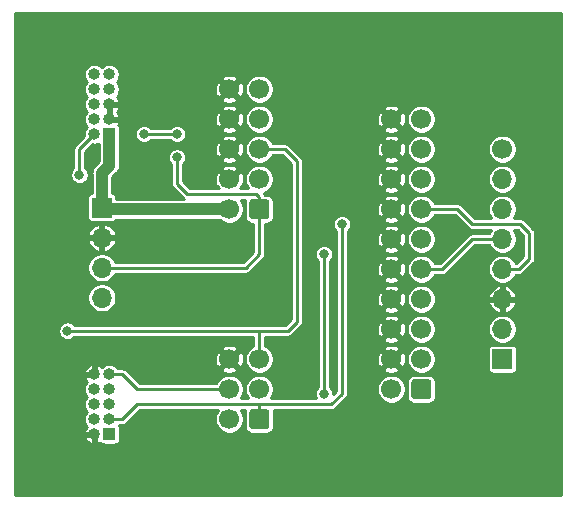
<source format=gbr>
%TF.GenerationSoftware,KiCad,Pcbnew,(5.1.7)-1*%
%TF.CreationDate,2020-11-29T11:25:41+01:00*%
%TF.ProjectId,PickitUp,5069636b-6974-4557-902e-6b696361645f,rev?*%
%TF.SameCoordinates,Original*%
%TF.FileFunction,Copper,L2,Bot*%
%TF.FilePolarity,Positive*%
%FSLAX46Y46*%
G04 Gerber Fmt 4.6, Leading zero omitted, Abs format (unit mm)*
G04 Created by KiCad (PCBNEW (5.1.7)-1) date 2020-11-29 11:25:41*
%MOMM*%
%LPD*%
G01*
G04 APERTURE LIST*
%TA.AperFunction,ComponentPad*%
%ADD10C,1.700000*%
%TD*%
%TA.AperFunction,ComponentPad*%
%ADD11R,1.700000X1.700000*%
%TD*%
%TA.AperFunction,ComponentPad*%
%ADD12O,1.700000X1.700000*%
%TD*%
%TA.AperFunction,ComponentPad*%
%ADD13R,1.000000X1.000000*%
%TD*%
%TA.AperFunction,ComponentPad*%
%ADD14O,1.000000X1.000000*%
%TD*%
%TA.AperFunction,ViaPad*%
%ADD15C,0.800000*%
%TD*%
%TA.AperFunction,Conductor*%
%ADD16C,0.250000*%
%TD*%
%TA.AperFunction,Conductor*%
%ADD17C,1.000000*%
%TD*%
%TA.AperFunction,Conductor*%
%ADD18C,0.254000*%
%TD*%
%TA.AperFunction,Conductor*%
%ADD19C,0.100000*%
%TD*%
G04 APERTURE END LIST*
D10*
%TO.P,J3,20*%
%TO.N,/GND*%
X187452000Y-86868000D03*
%TO.P,J3,18*%
X187452000Y-89408000D03*
%TO.P,J3,16*%
X187452000Y-91948000D03*
%TO.P,J3,14*%
X187452000Y-94488000D03*
%TO.P,J3,12*%
X187452000Y-97028000D03*
%TO.P,J3,10*%
X187452000Y-99568000D03*
%TO.P,J3,8*%
X187452000Y-102108000D03*
%TO.P,J3,6*%
X187452000Y-104648000D03*
%TO.P,J3,4*%
X187452000Y-107188000D03*
%TO.P,J3,2*%
%TO.N,N/C*%
X187452000Y-109728000D03*
%TO.P,J3,19*%
X189992000Y-86868000D03*
%TO.P,J3,17*%
X189992000Y-89408000D03*
%TO.P,J3,15*%
%TO.N,/RESET*%
X189992000Y-91948000D03*
%TO.P,J3,13*%
%TO.N,/PGD*%
X189992000Y-94488000D03*
%TO.P,J3,11*%
%TO.N,N/C*%
X189992000Y-97028000D03*
%TO.P,J3,9*%
%TO.N,/PGC*%
X189992000Y-99568000D03*
%TO.P,J3,7*%
%TO.N,/TMS*%
X189992000Y-102108000D03*
%TO.P,J3,5*%
%TO.N,/TDI*%
X189992000Y-104648000D03*
%TO.P,J3,3*%
%TO.N,N/C*%
X189992000Y-107188000D03*
%TO.P,J3,1*%
%TO.N,/VDD*%
%TA.AperFunction,ComponentPad*%
G36*
G01*
X190842000Y-109128000D02*
X190842000Y-110328000D01*
G75*
G02*
X190592000Y-110578000I-250000J0D01*
G01*
X189392000Y-110578000D01*
G75*
G02*
X189142000Y-110328000I0J250000D01*
G01*
X189142000Y-109128000D01*
G75*
G02*
X189392000Y-108878000I250000J0D01*
G01*
X190592000Y-108878000D01*
G75*
G02*
X190842000Y-109128000I0J-250000D01*
G01*
G37*
%TD.AperFunction*%
%TD*%
D11*
%TO.P,J1,1*%
%TO.N,/MCLR*%
X196850000Y-107188000D03*
D12*
%TO.P,J1,2*%
%TO.N,/VDD*%
X196850000Y-104648000D03*
%TO.P,J1,3*%
%TO.N,/GND*%
X196850000Y-102108000D03*
%TO.P,J1,4*%
%TO.N,/PGD*%
X196850000Y-99568000D03*
%TO.P,J1,5*%
%TO.N,/PGC*%
X196850000Y-97028000D03*
%TO.P,J1,6*%
%TO.N,/AUX*%
X196850000Y-94488000D03*
%TO.P,J1,7*%
%TO.N,/TDI*%
X196850000Y-91948000D03*
D10*
%TO.P,J1,8*%
%TO.N,/TMS*%
X196850000Y-89408000D03*
%TD*%
D12*
%TO.P,J7,4*%
%TO.N,/TMS*%
X162941000Y-101981000D03*
%TO.P,J7,3*%
%TO.N,/TDI*%
X162941000Y-99441000D03*
%TO.P,J7,2*%
%TO.N,/GND*%
X162941000Y-96901000D03*
D11*
%TO.P,J7,1*%
%TO.N,/VDD*%
X162941000Y-94361000D03*
%TD*%
D13*
%TO.P,J5,1*%
%TO.N,/VDD*%
X163576000Y-88138000D03*
D14*
%TO.P,J5,2*%
%TO.N,/TMS*%
X162306000Y-88138000D03*
%TO.P,J5,3*%
%TO.N,/GND*%
X163576000Y-86868000D03*
%TO.P,J5,4*%
%TO.N,/PGC*%
X162306000Y-86868000D03*
%TO.P,J5,5*%
%TO.N,/GND*%
X163576000Y-85598000D03*
%TO.P,J5,6*%
%TO.N,/PGD*%
X162306000Y-85598000D03*
%TO.P,J5,7*%
%TO.N,N/C*%
X163576000Y-84328000D03*
%TO.P,J5,8*%
%TO.N,/TDI*%
X162306000Y-84328000D03*
%TO.P,J5,9*%
%TO.N,N/C*%
X163576000Y-83058000D03*
%TO.P,J5,10*%
%TO.N,/RESET*%
X162306000Y-83058000D03*
%TD*%
D10*
%TO.P,J4,10*%
%TO.N,/GND*%
X173736000Y-84328000D03*
%TO.P,J4,8*%
X173736000Y-86868000D03*
%TO.P,J4,6*%
X173736000Y-89408000D03*
%TO.P,J4,4*%
X173736000Y-91948000D03*
%TO.P,J4,2*%
%TO.N,/VDD*%
X173736000Y-94488000D03*
%TO.P,J4,9*%
%TO.N,/PGD*%
X176276000Y-84328000D03*
%TO.P,J4,7*%
%TO.N,/PGC*%
X176276000Y-86868000D03*
%TO.P,J4,5*%
%TO.N,/AUX*%
X176276000Y-89408000D03*
%TO.P,J4,3*%
%TO.N,N/C*%
X176276000Y-91948000D03*
%TO.P,J4,1*%
%TO.N,/TDI*%
%TA.AperFunction,ComponentPad*%
G36*
G01*
X177126000Y-93888000D02*
X177126000Y-95088000D01*
G75*
G02*
X176876000Y-95338000I-250000J0D01*
G01*
X175676000Y-95338000D01*
G75*
G02*
X175426000Y-95088000I0J250000D01*
G01*
X175426000Y-93888000D01*
G75*
G02*
X175676000Y-93638000I250000J0D01*
G01*
X176876000Y-93638000D01*
G75*
G02*
X177126000Y-93888000I0J-250000D01*
G01*
G37*
%TD.AperFunction*%
%TD*%
%TO.P,J6,6*%
%TO.N,/GND*%
X173736000Y-107188000D03*
%TO.P,J6,4*%
%TO.N,/TDI*%
X173736000Y-109728000D03*
%TO.P,J6,2*%
%TO.N,/VDD*%
X173736000Y-112268000D03*
%TO.P,J6,5*%
%TO.N,/AUX*%
X176276000Y-107188000D03*
%TO.P,J6,3*%
%TO.N,/PGC*%
X176276000Y-109728000D03*
%TO.P,J6,1*%
%TO.N,/PGD*%
%TA.AperFunction,ComponentPad*%
G36*
G01*
X177126000Y-111668000D02*
X177126000Y-112868000D01*
G75*
G02*
X176876000Y-113118000I-250000J0D01*
G01*
X175676000Y-113118000D01*
G75*
G02*
X175426000Y-112868000I0J250000D01*
G01*
X175426000Y-111668000D01*
G75*
G02*
X175676000Y-111418000I250000J0D01*
G01*
X176876000Y-111418000D01*
G75*
G02*
X177126000Y-111668000I0J-250000D01*
G01*
G37*
%TD.AperFunction*%
%TD*%
D13*
%TO.P,J2,1*%
%TO.N,/PGC*%
X163576000Y-113538000D03*
D14*
%TO.P,J2,2*%
%TO.N,/GND*%
X162306000Y-113538000D03*
%TO.P,J2,3*%
%TO.N,/PGD*%
X163576000Y-112268000D03*
%TO.P,J2,4*%
%TO.N,/VDD*%
X162306000Y-112268000D03*
%TO.P,J2,5*%
%TO.N,/TMS*%
X163576000Y-110998000D03*
%TO.P,J2,6*%
%TO.N,/AUX*%
X162306000Y-110998000D03*
%TO.P,J2,7*%
%TO.N,N/C*%
X163576000Y-109728000D03*
%TO.P,J2,8*%
X162306000Y-109728000D03*
%TO.P,J2,9*%
%TO.N,/TDI*%
X163576000Y-108458000D03*
%TO.P,J2,10*%
%TO.N,/GND*%
X162306000Y-108458000D03*
%TD*%
D15*
%TO.N,/TMS*%
X161036000Y-91567000D03*
%TO.N,/AUX*%
X160020000Y-104775000D03*
%TO.N,/PGC*%
X181737000Y-98298000D03*
X169291000Y-88138000D03*
X166497000Y-88138000D03*
X181737000Y-110109000D03*
%TO.N,/PGD*%
X183261000Y-95758000D03*
%TO.N,/TDI*%
X169291000Y-90106500D03*
%TD*%
D16*
%TO.N,/TMS*%
X162306000Y-88138000D02*
X161036000Y-89408000D01*
X161036000Y-91567000D02*
X161036000Y-89408000D01*
%TO.N,/AUX*%
X176276000Y-107188000D02*
X176276000Y-104775000D01*
X160020000Y-104775000D02*
X176276000Y-104775000D01*
X176276000Y-89408000D02*
X178435000Y-89408000D01*
X178435000Y-89408000D02*
X179451000Y-90424000D01*
X179451000Y-90424000D02*
X179451000Y-104013000D01*
X178689000Y-104775000D02*
X177292000Y-104775000D01*
X179451000Y-104013000D02*
X178689000Y-104775000D01*
X176276000Y-104775000D02*
X177292000Y-104775000D01*
%TO.N,/PGC*%
X169164000Y-88138000D02*
X166624000Y-88138000D01*
X181737000Y-98298000D02*
X181737000Y-110109000D01*
X196850000Y-97028000D02*
X194310000Y-97028000D01*
X191770000Y-99568000D02*
X194310000Y-97028000D01*
X189992000Y-99568000D02*
X191770000Y-99568000D01*
%TO.N,/PGD*%
X176276000Y-112268000D02*
X176276000Y-112014000D01*
X176276000Y-112268000D02*
X176276000Y-110998000D01*
X182372000Y-110998000D02*
X176276000Y-110998000D01*
X183261000Y-110109000D02*
X182372000Y-110998000D01*
X183261000Y-97028000D02*
X183261000Y-110109000D01*
X164655500Y-112268000D02*
X163576000Y-112268000D01*
X165925500Y-110998000D02*
X164655500Y-112268000D01*
X176276000Y-110998000D02*
X165925500Y-110998000D01*
X198374000Y-95758000D02*
X194310000Y-95758000D01*
X199136000Y-98679000D02*
X199136000Y-96520000D01*
X198247000Y-99568000D02*
X199136000Y-98679000D01*
X196850000Y-99568000D02*
X198247000Y-99568000D01*
X193040000Y-94488000D02*
X192468500Y-94488000D01*
X194310000Y-95758000D02*
X193040000Y-94488000D01*
X192468500Y-94488000D02*
X192595500Y-94488000D01*
X199136000Y-96520000D02*
X198374000Y-95758000D01*
X189992000Y-94488000D02*
X192468500Y-94488000D01*
X183261000Y-97028000D02*
X183261000Y-95758000D01*
D17*
%TO.N,/VDD*%
X163068000Y-94488000D02*
X162941000Y-94361000D01*
X173736000Y-94488000D02*
X163068000Y-94488000D01*
X162941000Y-91440000D02*
X163576000Y-90805000D01*
X162941000Y-94361000D02*
X162941000Y-91440000D01*
X163576000Y-88138000D02*
X163576000Y-90805000D01*
D16*
%TO.N,/TDI*%
X162941000Y-99441000D02*
X175133000Y-99441000D01*
X176276000Y-94488000D02*
X176276000Y-93638000D01*
X176276000Y-94488000D02*
X176276000Y-98298000D01*
X176276000Y-98298000D02*
X175133000Y-99441000D01*
X170180000Y-93218000D02*
X176022000Y-93218000D01*
X176022000Y-93218000D02*
X176276000Y-93472000D01*
X176276000Y-93472000D02*
X176276000Y-94488000D01*
X169291000Y-92329000D02*
X170180000Y-93218000D01*
X169291000Y-90424000D02*
X169291000Y-92329000D01*
X164655500Y-108458000D02*
X163576000Y-108458000D01*
X165925500Y-109728000D02*
X164655500Y-108458000D01*
X173736000Y-109728000D02*
X165925500Y-109728000D01*
%TD*%
D18*
%TO.N,/GND*%
X201778001Y-118720000D02*
X155600000Y-118720000D01*
X155600000Y-113799816D01*
X161464802Y-113799816D01*
X161526046Y-113947691D01*
X161620959Y-114091980D01*
X161742198Y-114214980D01*
X161885103Y-114311964D01*
X162044183Y-114379205D01*
X162179000Y-114314556D01*
X162179000Y-113665000D01*
X161530581Y-113665000D01*
X161464802Y-113799816D01*
X155600000Y-113799816D01*
X155600000Y-109641229D01*
X161425000Y-109641229D01*
X161425000Y-109814771D01*
X161458856Y-109984978D01*
X161525268Y-110145310D01*
X161621682Y-110289605D01*
X161695077Y-110363000D01*
X161621682Y-110436395D01*
X161525268Y-110580690D01*
X161458856Y-110741022D01*
X161425000Y-110911229D01*
X161425000Y-111084771D01*
X161458856Y-111254978D01*
X161525268Y-111415310D01*
X161621682Y-111559605D01*
X161695077Y-111633000D01*
X161621682Y-111706395D01*
X161525268Y-111850690D01*
X161458856Y-112011022D01*
X161425000Y-112181229D01*
X161425000Y-112354771D01*
X161458856Y-112524978D01*
X161525268Y-112685310D01*
X161621682Y-112829605D01*
X161697969Y-112905892D01*
X161620959Y-112984020D01*
X161526046Y-113128309D01*
X161464802Y-113276184D01*
X161530581Y-113411000D01*
X162179000Y-113411000D01*
X162179000Y-113391000D01*
X162433000Y-113391000D01*
X162433000Y-113411000D01*
X162453000Y-113411000D01*
X162453000Y-113665000D01*
X162433000Y-113665000D01*
X162433000Y-114314556D01*
X162567817Y-114379205D01*
X162726897Y-114311964D01*
X162778961Y-114276630D01*
X162805289Y-114308711D01*
X162863304Y-114356322D01*
X162929492Y-114391701D01*
X163001311Y-114413487D01*
X163076000Y-114420843D01*
X164076000Y-114420843D01*
X164150689Y-114413487D01*
X164222508Y-114391701D01*
X164288696Y-114356322D01*
X164346711Y-114308711D01*
X164394322Y-114250696D01*
X164429701Y-114184508D01*
X164451487Y-114112689D01*
X164458843Y-114038000D01*
X164458843Y-113038000D01*
X164451487Y-112963311D01*
X164429701Y-112891492D01*
X164394322Y-112825304D01*
X164352218Y-112774000D01*
X164630654Y-112774000D01*
X164655500Y-112776447D01*
X164680346Y-112774000D01*
X164680354Y-112774000D01*
X164754693Y-112766678D01*
X164850075Y-112737745D01*
X164937979Y-112690759D01*
X165015027Y-112627527D01*
X165030876Y-112608215D01*
X166135092Y-111504000D01*
X172765977Y-111504000D01*
X172645102Y-111684903D01*
X172552307Y-111908931D01*
X172505000Y-112146757D01*
X172505000Y-112389243D01*
X172552307Y-112627069D01*
X172645102Y-112851097D01*
X172779820Y-113052717D01*
X172951283Y-113224180D01*
X173152903Y-113358898D01*
X173376931Y-113451693D01*
X173614757Y-113499000D01*
X173857243Y-113499000D01*
X174095069Y-113451693D01*
X174319097Y-113358898D01*
X174520717Y-113224180D01*
X174692180Y-113052717D01*
X174826898Y-112851097D01*
X174919693Y-112627069D01*
X174967000Y-112389243D01*
X174967000Y-112146757D01*
X174919693Y-111908931D01*
X174826898Y-111684903D01*
X174706023Y-111504000D01*
X175067614Y-111504000D01*
X175055317Y-111544538D01*
X175043157Y-111668000D01*
X175043157Y-112868000D01*
X175055317Y-112991462D01*
X175091329Y-113110179D01*
X175149810Y-113219589D01*
X175228512Y-113315488D01*
X175324411Y-113394190D01*
X175433821Y-113452671D01*
X175552538Y-113488683D01*
X175676000Y-113500843D01*
X176876000Y-113500843D01*
X176999462Y-113488683D01*
X177118179Y-113452671D01*
X177227589Y-113394190D01*
X177323488Y-113315488D01*
X177402190Y-113219589D01*
X177460671Y-113110179D01*
X177496683Y-112991462D01*
X177508843Y-112868000D01*
X177508843Y-111668000D01*
X177496683Y-111544538D01*
X177484386Y-111504000D01*
X182347154Y-111504000D01*
X182372000Y-111506447D01*
X182396846Y-111504000D01*
X182396854Y-111504000D01*
X182471193Y-111496678D01*
X182566575Y-111467745D01*
X182654479Y-111420759D01*
X182731527Y-111357527D01*
X182747376Y-111338215D01*
X183601220Y-110484372D01*
X183620527Y-110468527D01*
X183683759Y-110391479D01*
X183730745Y-110303575D01*
X183759678Y-110208193D01*
X183767000Y-110133854D01*
X183769448Y-110109000D01*
X183767000Y-110084146D01*
X183767000Y-109606757D01*
X186221000Y-109606757D01*
X186221000Y-109849243D01*
X186268307Y-110087069D01*
X186361102Y-110311097D01*
X186495820Y-110512717D01*
X186667283Y-110684180D01*
X186868903Y-110818898D01*
X187092931Y-110911693D01*
X187330757Y-110959000D01*
X187573243Y-110959000D01*
X187811069Y-110911693D01*
X188035097Y-110818898D01*
X188236717Y-110684180D01*
X188408180Y-110512717D01*
X188542898Y-110311097D01*
X188635693Y-110087069D01*
X188683000Y-109849243D01*
X188683000Y-109606757D01*
X188635693Y-109368931D01*
X188542898Y-109144903D01*
X188531604Y-109128000D01*
X188759157Y-109128000D01*
X188759157Y-110328000D01*
X188771317Y-110451462D01*
X188807329Y-110570179D01*
X188865810Y-110679589D01*
X188944512Y-110775488D01*
X189040411Y-110854190D01*
X189149821Y-110912671D01*
X189268538Y-110948683D01*
X189392000Y-110960843D01*
X190592000Y-110960843D01*
X190715462Y-110948683D01*
X190834179Y-110912671D01*
X190943589Y-110854190D01*
X191039488Y-110775488D01*
X191118190Y-110679589D01*
X191176671Y-110570179D01*
X191212683Y-110451462D01*
X191224843Y-110328000D01*
X191224843Y-109128000D01*
X191212683Y-109004538D01*
X191176671Y-108885821D01*
X191118190Y-108776411D01*
X191039488Y-108680512D01*
X190943589Y-108601810D01*
X190834179Y-108543329D01*
X190715462Y-108507317D01*
X190592000Y-108495157D01*
X189392000Y-108495157D01*
X189268538Y-108507317D01*
X189149821Y-108543329D01*
X189040411Y-108601810D01*
X188944512Y-108680512D01*
X188865810Y-108776411D01*
X188807329Y-108885821D01*
X188771317Y-109004538D01*
X188759157Y-109128000D01*
X188531604Y-109128000D01*
X188408180Y-108943283D01*
X188236717Y-108771820D01*
X188035097Y-108637102D01*
X187811069Y-108544307D01*
X187573243Y-108497000D01*
X187330757Y-108497000D01*
X187092931Y-108544307D01*
X186868903Y-108637102D01*
X186667283Y-108771820D01*
X186495820Y-108943283D01*
X186361102Y-109144903D01*
X186268307Y-109368931D01*
X186221000Y-109606757D01*
X183767000Y-109606757D01*
X183767000Y-108080100D01*
X186739505Y-108080100D01*
X186831523Y-108258078D01*
X187052207Y-108358566D01*
X187288255Y-108414069D01*
X187530596Y-108422456D01*
X187769917Y-108383402D01*
X187997020Y-108298411D01*
X188072477Y-108258078D01*
X188164495Y-108080100D01*
X187452000Y-107367605D01*
X186739505Y-108080100D01*
X183767000Y-108080100D01*
X183767000Y-107266596D01*
X186217544Y-107266596D01*
X186256598Y-107505917D01*
X186341589Y-107733020D01*
X186381922Y-107808477D01*
X186559900Y-107900495D01*
X187272395Y-107188000D01*
X187631605Y-107188000D01*
X188344100Y-107900495D01*
X188522078Y-107808477D01*
X188622566Y-107587793D01*
X188678069Y-107351745D01*
X188686456Y-107109404D01*
X188679497Y-107066757D01*
X188761000Y-107066757D01*
X188761000Y-107309243D01*
X188808307Y-107547069D01*
X188901102Y-107771097D01*
X189035820Y-107972717D01*
X189207283Y-108144180D01*
X189408903Y-108278898D01*
X189632931Y-108371693D01*
X189870757Y-108419000D01*
X190113243Y-108419000D01*
X190351069Y-108371693D01*
X190575097Y-108278898D01*
X190776717Y-108144180D01*
X190948180Y-107972717D01*
X191082898Y-107771097D01*
X191175693Y-107547069D01*
X191223000Y-107309243D01*
X191223000Y-107066757D01*
X191175693Y-106828931D01*
X191082898Y-106604903D01*
X190948180Y-106403283D01*
X190882897Y-106338000D01*
X195617157Y-106338000D01*
X195617157Y-108038000D01*
X195624513Y-108112689D01*
X195646299Y-108184508D01*
X195681678Y-108250696D01*
X195729289Y-108308711D01*
X195787304Y-108356322D01*
X195853492Y-108391701D01*
X195925311Y-108413487D01*
X196000000Y-108420843D01*
X197700000Y-108420843D01*
X197774689Y-108413487D01*
X197846508Y-108391701D01*
X197912696Y-108356322D01*
X197970711Y-108308711D01*
X198018322Y-108250696D01*
X198053701Y-108184508D01*
X198075487Y-108112689D01*
X198082843Y-108038000D01*
X198082843Y-106338000D01*
X198075487Y-106263311D01*
X198053701Y-106191492D01*
X198018322Y-106125304D01*
X197970711Y-106067289D01*
X197912696Y-106019678D01*
X197846508Y-105984299D01*
X197774689Y-105962513D01*
X197700000Y-105955157D01*
X196000000Y-105955157D01*
X195925311Y-105962513D01*
X195853492Y-105984299D01*
X195787304Y-106019678D01*
X195729289Y-106067289D01*
X195681678Y-106125304D01*
X195646299Y-106191492D01*
X195624513Y-106263311D01*
X195617157Y-106338000D01*
X190882897Y-106338000D01*
X190776717Y-106231820D01*
X190575097Y-106097102D01*
X190351069Y-106004307D01*
X190113243Y-105957000D01*
X189870757Y-105957000D01*
X189632931Y-106004307D01*
X189408903Y-106097102D01*
X189207283Y-106231820D01*
X189035820Y-106403283D01*
X188901102Y-106604903D01*
X188808307Y-106828931D01*
X188761000Y-107066757D01*
X188679497Y-107066757D01*
X188647402Y-106870083D01*
X188562411Y-106642980D01*
X188522078Y-106567523D01*
X188344100Y-106475505D01*
X187631605Y-107188000D01*
X187272395Y-107188000D01*
X186559900Y-106475505D01*
X186381922Y-106567523D01*
X186281434Y-106788207D01*
X186225931Y-107024255D01*
X186217544Y-107266596D01*
X183767000Y-107266596D01*
X183767000Y-106295900D01*
X186739505Y-106295900D01*
X187452000Y-107008395D01*
X188164495Y-106295900D01*
X188072477Y-106117922D01*
X187851793Y-106017434D01*
X187615745Y-105961931D01*
X187373404Y-105953544D01*
X187134083Y-105992598D01*
X186906980Y-106077589D01*
X186831523Y-106117922D01*
X186739505Y-106295900D01*
X183767000Y-106295900D01*
X183767000Y-105540100D01*
X186739505Y-105540100D01*
X186831523Y-105718078D01*
X187052207Y-105818566D01*
X187288255Y-105874069D01*
X187530596Y-105882456D01*
X187769917Y-105843402D01*
X187997020Y-105758411D01*
X188072477Y-105718078D01*
X188164495Y-105540100D01*
X187452000Y-104827605D01*
X186739505Y-105540100D01*
X183767000Y-105540100D01*
X183767000Y-104726596D01*
X186217544Y-104726596D01*
X186256598Y-104965917D01*
X186341589Y-105193020D01*
X186381922Y-105268477D01*
X186559900Y-105360495D01*
X187272395Y-104648000D01*
X187631605Y-104648000D01*
X188344100Y-105360495D01*
X188522078Y-105268477D01*
X188622566Y-105047793D01*
X188678069Y-104811745D01*
X188686456Y-104569404D01*
X188679497Y-104526757D01*
X188761000Y-104526757D01*
X188761000Y-104769243D01*
X188808307Y-105007069D01*
X188901102Y-105231097D01*
X189035820Y-105432717D01*
X189207283Y-105604180D01*
X189408903Y-105738898D01*
X189632931Y-105831693D01*
X189870757Y-105879000D01*
X190113243Y-105879000D01*
X190351069Y-105831693D01*
X190575097Y-105738898D01*
X190776717Y-105604180D01*
X190948180Y-105432717D01*
X191082898Y-105231097D01*
X191175693Y-105007069D01*
X191223000Y-104769243D01*
X191223000Y-104526757D01*
X195619000Y-104526757D01*
X195619000Y-104769243D01*
X195666307Y-105007069D01*
X195759102Y-105231097D01*
X195893820Y-105432717D01*
X196065283Y-105604180D01*
X196266903Y-105738898D01*
X196490931Y-105831693D01*
X196728757Y-105879000D01*
X196971243Y-105879000D01*
X197209069Y-105831693D01*
X197433097Y-105738898D01*
X197634717Y-105604180D01*
X197806180Y-105432717D01*
X197940898Y-105231097D01*
X198033693Y-105007069D01*
X198081000Y-104769243D01*
X198081000Y-104526757D01*
X198033693Y-104288931D01*
X197940898Y-104064903D01*
X197806180Y-103863283D01*
X197634717Y-103691820D01*
X197433097Y-103557102D01*
X197209069Y-103464307D01*
X196971243Y-103417000D01*
X196728757Y-103417000D01*
X196490931Y-103464307D01*
X196266903Y-103557102D01*
X196065283Y-103691820D01*
X195893820Y-103863283D01*
X195759102Y-104064903D01*
X195666307Y-104288931D01*
X195619000Y-104526757D01*
X191223000Y-104526757D01*
X191175693Y-104288931D01*
X191082898Y-104064903D01*
X190948180Y-103863283D01*
X190776717Y-103691820D01*
X190575097Y-103557102D01*
X190351069Y-103464307D01*
X190113243Y-103417000D01*
X189870757Y-103417000D01*
X189632931Y-103464307D01*
X189408903Y-103557102D01*
X189207283Y-103691820D01*
X189035820Y-103863283D01*
X188901102Y-104064903D01*
X188808307Y-104288931D01*
X188761000Y-104526757D01*
X188679497Y-104526757D01*
X188647402Y-104330083D01*
X188562411Y-104102980D01*
X188522078Y-104027523D01*
X188344100Y-103935505D01*
X187631605Y-104648000D01*
X187272395Y-104648000D01*
X186559900Y-103935505D01*
X186381922Y-104027523D01*
X186281434Y-104248207D01*
X186225931Y-104484255D01*
X186217544Y-104726596D01*
X183767000Y-104726596D01*
X183767000Y-103755900D01*
X186739505Y-103755900D01*
X187452000Y-104468395D01*
X188164495Y-103755900D01*
X188072477Y-103577922D01*
X187851793Y-103477434D01*
X187615745Y-103421931D01*
X187373404Y-103413544D01*
X187134083Y-103452598D01*
X186906980Y-103537589D01*
X186831523Y-103577922D01*
X186739505Y-103755900D01*
X183767000Y-103755900D01*
X183767000Y-103000100D01*
X186739505Y-103000100D01*
X186831523Y-103178078D01*
X187052207Y-103278566D01*
X187288255Y-103334069D01*
X187530596Y-103342456D01*
X187769917Y-103303402D01*
X187997020Y-103218411D01*
X188072477Y-103178078D01*
X188164495Y-103000100D01*
X187452000Y-102287605D01*
X186739505Y-103000100D01*
X183767000Y-103000100D01*
X183767000Y-102186596D01*
X186217544Y-102186596D01*
X186256598Y-102425917D01*
X186341589Y-102653020D01*
X186381922Y-102728477D01*
X186559900Y-102820495D01*
X187272395Y-102108000D01*
X187631605Y-102108000D01*
X188344100Y-102820495D01*
X188522078Y-102728477D01*
X188622566Y-102507793D01*
X188678069Y-102271745D01*
X188686456Y-102029404D01*
X188679497Y-101986757D01*
X188761000Y-101986757D01*
X188761000Y-102229243D01*
X188808307Y-102467069D01*
X188901102Y-102691097D01*
X189035820Y-102892717D01*
X189207283Y-103064180D01*
X189408903Y-103198898D01*
X189632931Y-103291693D01*
X189870757Y-103339000D01*
X190113243Y-103339000D01*
X190351069Y-103291693D01*
X190575097Y-103198898D01*
X190776717Y-103064180D01*
X190948180Y-102892717D01*
X191082898Y-102691097D01*
X191175693Y-102467069D01*
X191184065Y-102424980D01*
X195660511Y-102424980D01*
X195684866Y-102505288D01*
X195784761Y-102724961D01*
X195925592Y-102920924D01*
X196101948Y-103085647D01*
X196307051Y-103212799D01*
X196533019Y-103297495D01*
X196723000Y-103237187D01*
X196723000Y-102235000D01*
X196977000Y-102235000D01*
X196977000Y-103237187D01*
X197166981Y-103297495D01*
X197392949Y-103212799D01*
X197598052Y-103085647D01*
X197774408Y-102920924D01*
X197915239Y-102724961D01*
X198015134Y-102505288D01*
X198039489Y-102424980D01*
X197978627Y-102235000D01*
X196977000Y-102235000D01*
X196723000Y-102235000D01*
X195721373Y-102235000D01*
X195660511Y-102424980D01*
X191184065Y-102424980D01*
X191223000Y-102229243D01*
X191223000Y-101986757D01*
X191184066Y-101791020D01*
X195660511Y-101791020D01*
X195721373Y-101981000D01*
X196723000Y-101981000D01*
X196723000Y-100978813D01*
X196977000Y-100978813D01*
X196977000Y-101981000D01*
X197978627Y-101981000D01*
X198039489Y-101791020D01*
X198015134Y-101710712D01*
X197915239Y-101491039D01*
X197774408Y-101295076D01*
X197598052Y-101130353D01*
X197392949Y-101003201D01*
X197166981Y-100918505D01*
X196977000Y-100978813D01*
X196723000Y-100978813D01*
X196533019Y-100918505D01*
X196307051Y-101003201D01*
X196101948Y-101130353D01*
X195925592Y-101295076D01*
X195784761Y-101491039D01*
X195684866Y-101710712D01*
X195660511Y-101791020D01*
X191184066Y-101791020D01*
X191175693Y-101748931D01*
X191082898Y-101524903D01*
X190948180Y-101323283D01*
X190776717Y-101151820D01*
X190575097Y-101017102D01*
X190351069Y-100924307D01*
X190113243Y-100877000D01*
X189870757Y-100877000D01*
X189632931Y-100924307D01*
X189408903Y-101017102D01*
X189207283Y-101151820D01*
X189035820Y-101323283D01*
X188901102Y-101524903D01*
X188808307Y-101748931D01*
X188761000Y-101986757D01*
X188679497Y-101986757D01*
X188647402Y-101790083D01*
X188562411Y-101562980D01*
X188522078Y-101487523D01*
X188344100Y-101395505D01*
X187631605Y-102108000D01*
X187272395Y-102108000D01*
X186559900Y-101395505D01*
X186381922Y-101487523D01*
X186281434Y-101708207D01*
X186225931Y-101944255D01*
X186217544Y-102186596D01*
X183767000Y-102186596D01*
X183767000Y-101215900D01*
X186739505Y-101215900D01*
X187452000Y-101928395D01*
X188164495Y-101215900D01*
X188072477Y-101037922D01*
X187851793Y-100937434D01*
X187615745Y-100881931D01*
X187373404Y-100873544D01*
X187134083Y-100912598D01*
X186906980Y-100997589D01*
X186831523Y-101037922D01*
X186739505Y-101215900D01*
X183767000Y-101215900D01*
X183767000Y-100460100D01*
X186739505Y-100460100D01*
X186831523Y-100638078D01*
X187052207Y-100738566D01*
X187288255Y-100794069D01*
X187530596Y-100802456D01*
X187769917Y-100763402D01*
X187997020Y-100678411D01*
X188072477Y-100638078D01*
X188164495Y-100460100D01*
X187452000Y-99747605D01*
X186739505Y-100460100D01*
X183767000Y-100460100D01*
X183767000Y-99646596D01*
X186217544Y-99646596D01*
X186256598Y-99885917D01*
X186341589Y-100113020D01*
X186381922Y-100188477D01*
X186559900Y-100280495D01*
X187272395Y-99568000D01*
X187631605Y-99568000D01*
X188344100Y-100280495D01*
X188522078Y-100188477D01*
X188622566Y-99967793D01*
X188678069Y-99731745D01*
X188686456Y-99489404D01*
X188647402Y-99250083D01*
X188562411Y-99022980D01*
X188522078Y-98947523D01*
X188344100Y-98855505D01*
X187631605Y-99568000D01*
X187272395Y-99568000D01*
X186559900Y-98855505D01*
X186381922Y-98947523D01*
X186281434Y-99168207D01*
X186225931Y-99404255D01*
X186217544Y-99646596D01*
X183767000Y-99646596D01*
X183767000Y-98675900D01*
X186739505Y-98675900D01*
X187452000Y-99388395D01*
X188164495Y-98675900D01*
X188072477Y-98497922D01*
X187851793Y-98397434D01*
X187615745Y-98341931D01*
X187373404Y-98333544D01*
X187134083Y-98372598D01*
X186906980Y-98457589D01*
X186831523Y-98497922D01*
X186739505Y-98675900D01*
X183767000Y-98675900D01*
X183767000Y-97920100D01*
X186739505Y-97920100D01*
X186831523Y-98098078D01*
X187052207Y-98198566D01*
X187288255Y-98254069D01*
X187530596Y-98262456D01*
X187769917Y-98223402D01*
X187997020Y-98138411D01*
X188072477Y-98098078D01*
X188164495Y-97920100D01*
X187452000Y-97207605D01*
X186739505Y-97920100D01*
X183767000Y-97920100D01*
X183767000Y-97106596D01*
X186217544Y-97106596D01*
X186256598Y-97345917D01*
X186341589Y-97573020D01*
X186381922Y-97648477D01*
X186559900Y-97740495D01*
X187272395Y-97028000D01*
X187631605Y-97028000D01*
X188344100Y-97740495D01*
X188522078Y-97648477D01*
X188622566Y-97427793D01*
X188678069Y-97191745D01*
X188686456Y-96949404D01*
X188679497Y-96906757D01*
X188761000Y-96906757D01*
X188761000Y-97149243D01*
X188808307Y-97387069D01*
X188901102Y-97611097D01*
X189035820Y-97812717D01*
X189207283Y-97984180D01*
X189408903Y-98118898D01*
X189632931Y-98211693D01*
X189870757Y-98259000D01*
X190113243Y-98259000D01*
X190351069Y-98211693D01*
X190575097Y-98118898D01*
X190776717Y-97984180D01*
X190948180Y-97812717D01*
X191082898Y-97611097D01*
X191175693Y-97387069D01*
X191223000Y-97149243D01*
X191223000Y-96906757D01*
X191175693Y-96668931D01*
X191082898Y-96444903D01*
X190948180Y-96243283D01*
X190776717Y-96071820D01*
X190575097Y-95937102D01*
X190351069Y-95844307D01*
X190113243Y-95797000D01*
X189870757Y-95797000D01*
X189632931Y-95844307D01*
X189408903Y-95937102D01*
X189207283Y-96071820D01*
X189035820Y-96243283D01*
X188901102Y-96444903D01*
X188808307Y-96668931D01*
X188761000Y-96906757D01*
X188679497Y-96906757D01*
X188647402Y-96710083D01*
X188562411Y-96482980D01*
X188522078Y-96407523D01*
X188344100Y-96315505D01*
X187631605Y-97028000D01*
X187272395Y-97028000D01*
X186559900Y-96315505D01*
X186381922Y-96407523D01*
X186281434Y-96628207D01*
X186225931Y-96864255D01*
X186217544Y-97106596D01*
X183767000Y-97106596D01*
X183767000Y-96356501D01*
X183867642Y-96255859D01*
X183947795Y-96135900D01*
X186739505Y-96135900D01*
X187452000Y-96848395D01*
X188164495Y-96135900D01*
X188072477Y-95957922D01*
X187851793Y-95857434D01*
X187615745Y-95801931D01*
X187373404Y-95793544D01*
X187134083Y-95832598D01*
X186906980Y-95917589D01*
X186831523Y-95957922D01*
X186739505Y-96135900D01*
X183947795Y-96135900D01*
X183953113Y-96127942D01*
X184011987Y-95985809D01*
X184042000Y-95834922D01*
X184042000Y-95681078D01*
X184011987Y-95530191D01*
X183953113Y-95388058D01*
X183947796Y-95380100D01*
X186739505Y-95380100D01*
X186831523Y-95558078D01*
X187052207Y-95658566D01*
X187288255Y-95714069D01*
X187530596Y-95722456D01*
X187769917Y-95683402D01*
X187997020Y-95598411D01*
X188072477Y-95558078D01*
X188164495Y-95380100D01*
X187452000Y-94667605D01*
X186739505Y-95380100D01*
X183947796Y-95380100D01*
X183867642Y-95260141D01*
X183758859Y-95151358D01*
X183630942Y-95065887D01*
X183488809Y-95007013D01*
X183337922Y-94977000D01*
X183184078Y-94977000D01*
X183033191Y-95007013D01*
X182891058Y-95065887D01*
X182763141Y-95151358D01*
X182654358Y-95260141D01*
X182568887Y-95388058D01*
X182510013Y-95530191D01*
X182480000Y-95681078D01*
X182480000Y-95834922D01*
X182510013Y-95985809D01*
X182568887Y-96127942D01*
X182654358Y-96255859D01*
X182755001Y-96356502D01*
X182755000Y-97003146D01*
X182755000Y-97003147D01*
X182755001Y-109899407D01*
X182518000Y-110136408D01*
X182518000Y-110032078D01*
X182487987Y-109881191D01*
X182429113Y-109739058D01*
X182343642Y-109611141D01*
X182243000Y-109510499D01*
X182243000Y-98896501D01*
X182343642Y-98795859D01*
X182429113Y-98667942D01*
X182487987Y-98525809D01*
X182518000Y-98374922D01*
X182518000Y-98221078D01*
X182487987Y-98070191D01*
X182429113Y-97928058D01*
X182343642Y-97800141D01*
X182234859Y-97691358D01*
X182106942Y-97605887D01*
X181964809Y-97547013D01*
X181813922Y-97517000D01*
X181660078Y-97517000D01*
X181509191Y-97547013D01*
X181367058Y-97605887D01*
X181239141Y-97691358D01*
X181130358Y-97800141D01*
X181044887Y-97928058D01*
X180986013Y-98070191D01*
X180956000Y-98221078D01*
X180956000Y-98374922D01*
X180986013Y-98525809D01*
X181044887Y-98667942D01*
X181130358Y-98795859D01*
X181231000Y-98896501D01*
X181231001Y-109510498D01*
X181130358Y-109611141D01*
X181044887Y-109739058D01*
X180986013Y-109881191D01*
X180956000Y-110032078D01*
X180956000Y-110185922D01*
X180986013Y-110336809D01*
X181044887Y-110478942D01*
X181053612Y-110492000D01*
X177246023Y-110492000D01*
X177366898Y-110311097D01*
X177459693Y-110087069D01*
X177507000Y-109849243D01*
X177507000Y-109606757D01*
X177459693Y-109368931D01*
X177366898Y-109144903D01*
X177232180Y-108943283D01*
X177060717Y-108771820D01*
X176859097Y-108637102D01*
X176635069Y-108544307D01*
X176397243Y-108497000D01*
X176154757Y-108497000D01*
X175916931Y-108544307D01*
X175692903Y-108637102D01*
X175491283Y-108771820D01*
X175319820Y-108943283D01*
X175185102Y-109144903D01*
X175092307Y-109368931D01*
X175045000Y-109606757D01*
X175045000Y-109849243D01*
X175092307Y-110087069D01*
X175185102Y-110311097D01*
X175305977Y-110492000D01*
X174706023Y-110492000D01*
X174826898Y-110311097D01*
X174919693Y-110087069D01*
X174967000Y-109849243D01*
X174967000Y-109606757D01*
X174919693Y-109368931D01*
X174826898Y-109144903D01*
X174692180Y-108943283D01*
X174520717Y-108771820D01*
X174319097Y-108637102D01*
X174095069Y-108544307D01*
X173857243Y-108497000D01*
X173614757Y-108497000D01*
X173376931Y-108544307D01*
X173152903Y-108637102D01*
X172951283Y-108771820D01*
X172779820Y-108943283D01*
X172645102Y-109144903D01*
X172613168Y-109222000D01*
X166135092Y-109222000D01*
X165030876Y-108117785D01*
X165015027Y-108098473D01*
X164992640Y-108080100D01*
X173023505Y-108080100D01*
X173115523Y-108258078D01*
X173336207Y-108358566D01*
X173572255Y-108414069D01*
X173814596Y-108422456D01*
X174053917Y-108383402D01*
X174281020Y-108298411D01*
X174356477Y-108258078D01*
X174448495Y-108080100D01*
X173736000Y-107367605D01*
X173023505Y-108080100D01*
X164992640Y-108080100D01*
X164937979Y-108035241D01*
X164850075Y-107988255D01*
X164754693Y-107959322D01*
X164680354Y-107952000D01*
X164680346Y-107952000D01*
X164655500Y-107949553D01*
X164630654Y-107952000D01*
X164297472Y-107952000D01*
X164260318Y-107896395D01*
X164137605Y-107773682D01*
X163993310Y-107677268D01*
X163832978Y-107610856D01*
X163662771Y-107577000D01*
X163489229Y-107577000D01*
X163319022Y-107610856D01*
X163158690Y-107677268D01*
X163014395Y-107773682D01*
X162937935Y-107850142D01*
X162869802Y-107781020D01*
X162726897Y-107684036D01*
X162567817Y-107616795D01*
X162433000Y-107681444D01*
X162433000Y-108331000D01*
X162453000Y-108331000D01*
X162453000Y-108585000D01*
X162433000Y-108585000D01*
X162433000Y-108605000D01*
X162179000Y-108605000D01*
X162179000Y-108585000D01*
X161530581Y-108585000D01*
X161464802Y-108719816D01*
X161526046Y-108867691D01*
X161620959Y-109011980D01*
X161697969Y-109090108D01*
X161621682Y-109166395D01*
X161525268Y-109310690D01*
X161458856Y-109471022D01*
X161425000Y-109641229D01*
X155600000Y-109641229D01*
X155600000Y-108196184D01*
X161464802Y-108196184D01*
X161530581Y-108331000D01*
X162179000Y-108331000D01*
X162179000Y-107681444D01*
X162044183Y-107616795D01*
X161885103Y-107684036D01*
X161742198Y-107781020D01*
X161620959Y-107904020D01*
X161526046Y-108048309D01*
X161464802Y-108196184D01*
X155600000Y-108196184D01*
X155600000Y-107266596D01*
X172501544Y-107266596D01*
X172540598Y-107505917D01*
X172625589Y-107733020D01*
X172665922Y-107808477D01*
X172843900Y-107900495D01*
X173556395Y-107188000D01*
X173915605Y-107188000D01*
X174628100Y-107900495D01*
X174806078Y-107808477D01*
X174906566Y-107587793D01*
X174962069Y-107351745D01*
X174970456Y-107109404D01*
X174931402Y-106870083D01*
X174846411Y-106642980D01*
X174806078Y-106567523D01*
X174628100Y-106475505D01*
X173915605Y-107188000D01*
X173556395Y-107188000D01*
X172843900Y-106475505D01*
X172665922Y-106567523D01*
X172565434Y-106788207D01*
X172509931Y-107024255D01*
X172501544Y-107266596D01*
X155600000Y-107266596D01*
X155600000Y-106295900D01*
X173023505Y-106295900D01*
X173736000Y-107008395D01*
X174448495Y-106295900D01*
X174356477Y-106117922D01*
X174135793Y-106017434D01*
X173899745Y-105961931D01*
X173657404Y-105953544D01*
X173418083Y-105992598D01*
X173190980Y-106077589D01*
X173115523Y-106117922D01*
X173023505Y-106295900D01*
X155600000Y-106295900D01*
X155600000Y-104698078D01*
X159239000Y-104698078D01*
X159239000Y-104851922D01*
X159269013Y-105002809D01*
X159327887Y-105144942D01*
X159413358Y-105272859D01*
X159522141Y-105381642D01*
X159650058Y-105467113D01*
X159792191Y-105525987D01*
X159943078Y-105556000D01*
X160096922Y-105556000D01*
X160247809Y-105525987D01*
X160389942Y-105467113D01*
X160517859Y-105381642D01*
X160618501Y-105281000D01*
X175770001Y-105281000D01*
X175770000Y-106065167D01*
X175692903Y-106097102D01*
X175491283Y-106231820D01*
X175319820Y-106403283D01*
X175185102Y-106604903D01*
X175092307Y-106828931D01*
X175045000Y-107066757D01*
X175045000Y-107309243D01*
X175092307Y-107547069D01*
X175185102Y-107771097D01*
X175319820Y-107972717D01*
X175491283Y-108144180D01*
X175692903Y-108278898D01*
X175916931Y-108371693D01*
X176154757Y-108419000D01*
X176397243Y-108419000D01*
X176635069Y-108371693D01*
X176859097Y-108278898D01*
X177060717Y-108144180D01*
X177232180Y-107972717D01*
X177366898Y-107771097D01*
X177459693Y-107547069D01*
X177507000Y-107309243D01*
X177507000Y-107066757D01*
X177459693Y-106828931D01*
X177366898Y-106604903D01*
X177232180Y-106403283D01*
X177060717Y-106231820D01*
X176859097Y-106097102D01*
X176782000Y-106065168D01*
X176782000Y-105281000D01*
X178664154Y-105281000D01*
X178689000Y-105283447D01*
X178713846Y-105281000D01*
X178713854Y-105281000D01*
X178788193Y-105273678D01*
X178883575Y-105244745D01*
X178971479Y-105197759D01*
X179048527Y-105134527D01*
X179064376Y-105115215D01*
X179791220Y-104388372D01*
X179810527Y-104372527D01*
X179873759Y-104295479D01*
X179920745Y-104207575D01*
X179949678Y-104112193D01*
X179957000Y-104037854D01*
X179959448Y-104013000D01*
X179957000Y-103988146D01*
X179957000Y-94566596D01*
X186217544Y-94566596D01*
X186256598Y-94805917D01*
X186341589Y-95033020D01*
X186381922Y-95108477D01*
X186559900Y-95200495D01*
X187272395Y-94488000D01*
X187631605Y-94488000D01*
X188344100Y-95200495D01*
X188522078Y-95108477D01*
X188622566Y-94887793D01*
X188678069Y-94651745D01*
X188686456Y-94409404D01*
X188679497Y-94366757D01*
X188761000Y-94366757D01*
X188761000Y-94609243D01*
X188808307Y-94847069D01*
X188901102Y-95071097D01*
X189035820Y-95272717D01*
X189207283Y-95444180D01*
X189408903Y-95578898D01*
X189632931Y-95671693D01*
X189870757Y-95719000D01*
X190113243Y-95719000D01*
X190351069Y-95671693D01*
X190575097Y-95578898D01*
X190776717Y-95444180D01*
X190948180Y-95272717D01*
X191082898Y-95071097D01*
X191114832Y-94994000D01*
X192830409Y-94994000D01*
X193934628Y-96098220D01*
X193950473Y-96117527D01*
X194027521Y-96180759D01*
X194115425Y-96227745D01*
X194210806Y-96256678D01*
X194220694Y-96257652D01*
X194285146Y-96264000D01*
X194285153Y-96264000D01*
X194309999Y-96266447D01*
X194334845Y-96264000D01*
X195879977Y-96264000D01*
X195759102Y-96444903D01*
X195727168Y-96522000D01*
X194334845Y-96522000D01*
X194309999Y-96519553D01*
X194285153Y-96522000D01*
X194285146Y-96522000D01*
X194220694Y-96528348D01*
X194210806Y-96529322D01*
X194188607Y-96536056D01*
X194115425Y-96558255D01*
X194027521Y-96605241D01*
X193950473Y-96668473D01*
X193934628Y-96687780D01*
X191560409Y-99062000D01*
X191114832Y-99062000D01*
X191082898Y-98984903D01*
X190948180Y-98783283D01*
X190776717Y-98611820D01*
X190575097Y-98477102D01*
X190351069Y-98384307D01*
X190113243Y-98337000D01*
X189870757Y-98337000D01*
X189632931Y-98384307D01*
X189408903Y-98477102D01*
X189207283Y-98611820D01*
X189035820Y-98783283D01*
X188901102Y-98984903D01*
X188808307Y-99208931D01*
X188761000Y-99446757D01*
X188761000Y-99689243D01*
X188808307Y-99927069D01*
X188901102Y-100151097D01*
X189035820Y-100352717D01*
X189207283Y-100524180D01*
X189408903Y-100658898D01*
X189632931Y-100751693D01*
X189870757Y-100799000D01*
X190113243Y-100799000D01*
X190351069Y-100751693D01*
X190575097Y-100658898D01*
X190776717Y-100524180D01*
X190948180Y-100352717D01*
X191082898Y-100151097D01*
X191114832Y-100074000D01*
X191745154Y-100074000D01*
X191770000Y-100076447D01*
X191794846Y-100074000D01*
X191794854Y-100074000D01*
X191869193Y-100066678D01*
X191964575Y-100037745D01*
X192052479Y-99990759D01*
X192129527Y-99927527D01*
X192145376Y-99908215D01*
X194519592Y-97534000D01*
X195727168Y-97534000D01*
X195759102Y-97611097D01*
X195893820Y-97812717D01*
X196065283Y-97984180D01*
X196266903Y-98118898D01*
X196490931Y-98211693D01*
X196728757Y-98259000D01*
X196971243Y-98259000D01*
X197209069Y-98211693D01*
X197433097Y-98118898D01*
X197634717Y-97984180D01*
X197806180Y-97812717D01*
X197940898Y-97611097D01*
X198033693Y-97387069D01*
X198081000Y-97149243D01*
X198081000Y-96906757D01*
X198033693Y-96668931D01*
X197940898Y-96444903D01*
X197820023Y-96264000D01*
X198164409Y-96264000D01*
X198630001Y-96729593D01*
X198630000Y-98469408D01*
X198037409Y-99062000D01*
X197972832Y-99062000D01*
X197940898Y-98984903D01*
X197806180Y-98783283D01*
X197634717Y-98611820D01*
X197433097Y-98477102D01*
X197209069Y-98384307D01*
X196971243Y-98337000D01*
X196728757Y-98337000D01*
X196490931Y-98384307D01*
X196266903Y-98477102D01*
X196065283Y-98611820D01*
X195893820Y-98783283D01*
X195759102Y-98984903D01*
X195666307Y-99208931D01*
X195619000Y-99446757D01*
X195619000Y-99689243D01*
X195666307Y-99927069D01*
X195759102Y-100151097D01*
X195893820Y-100352717D01*
X196065283Y-100524180D01*
X196266903Y-100658898D01*
X196490931Y-100751693D01*
X196728757Y-100799000D01*
X196971243Y-100799000D01*
X197209069Y-100751693D01*
X197433097Y-100658898D01*
X197634717Y-100524180D01*
X197806180Y-100352717D01*
X197940898Y-100151097D01*
X197972832Y-100074000D01*
X198222154Y-100074000D01*
X198247000Y-100076447D01*
X198271846Y-100074000D01*
X198271854Y-100074000D01*
X198346193Y-100066678D01*
X198441575Y-100037745D01*
X198529479Y-99990759D01*
X198606527Y-99927527D01*
X198622376Y-99908215D01*
X199476220Y-99054372D01*
X199495527Y-99038527D01*
X199558759Y-98961479D01*
X199605745Y-98873575D01*
X199634678Y-98778193D01*
X199642000Y-98703854D01*
X199642000Y-98703853D01*
X199644448Y-98679000D01*
X199642000Y-98654146D01*
X199642000Y-96544854D01*
X199644448Y-96520000D01*
X199634678Y-96420807D01*
X199605745Y-96325425D01*
X199558759Y-96237521D01*
X199495527Y-96160473D01*
X199476220Y-96144628D01*
X198749376Y-95417785D01*
X198733527Y-95398473D01*
X198656479Y-95335241D01*
X198568575Y-95288255D01*
X198473193Y-95259322D01*
X198398854Y-95252000D01*
X198398846Y-95252000D01*
X198374000Y-95249553D01*
X198349154Y-95252000D01*
X197820023Y-95252000D01*
X197940898Y-95071097D01*
X198033693Y-94847069D01*
X198081000Y-94609243D01*
X198081000Y-94366757D01*
X198033693Y-94128931D01*
X197940898Y-93904903D01*
X197806180Y-93703283D01*
X197634717Y-93531820D01*
X197433097Y-93397102D01*
X197209069Y-93304307D01*
X196971243Y-93257000D01*
X196728757Y-93257000D01*
X196490931Y-93304307D01*
X196266903Y-93397102D01*
X196065283Y-93531820D01*
X195893820Y-93703283D01*
X195759102Y-93904903D01*
X195666307Y-94128931D01*
X195619000Y-94366757D01*
X195619000Y-94609243D01*
X195666307Y-94847069D01*
X195759102Y-95071097D01*
X195879977Y-95252000D01*
X194519592Y-95252000D01*
X193415376Y-94147785D01*
X193399527Y-94128473D01*
X193322479Y-94065241D01*
X193234575Y-94018255D01*
X193139193Y-93989322D01*
X193064854Y-93982000D01*
X193064846Y-93982000D01*
X193040000Y-93979553D01*
X193015154Y-93982000D01*
X191114832Y-93982000D01*
X191082898Y-93904903D01*
X190948180Y-93703283D01*
X190776717Y-93531820D01*
X190575097Y-93397102D01*
X190351069Y-93304307D01*
X190113243Y-93257000D01*
X189870757Y-93257000D01*
X189632931Y-93304307D01*
X189408903Y-93397102D01*
X189207283Y-93531820D01*
X189035820Y-93703283D01*
X188901102Y-93904903D01*
X188808307Y-94128931D01*
X188761000Y-94366757D01*
X188679497Y-94366757D01*
X188647402Y-94170083D01*
X188562411Y-93942980D01*
X188522078Y-93867523D01*
X188344100Y-93775505D01*
X187631605Y-94488000D01*
X187272395Y-94488000D01*
X186559900Y-93775505D01*
X186381922Y-93867523D01*
X186281434Y-94088207D01*
X186225931Y-94324255D01*
X186217544Y-94566596D01*
X179957000Y-94566596D01*
X179957000Y-93595900D01*
X186739505Y-93595900D01*
X187452000Y-94308395D01*
X188164495Y-93595900D01*
X188072477Y-93417922D01*
X187851793Y-93317434D01*
X187615745Y-93261931D01*
X187373404Y-93253544D01*
X187134083Y-93292598D01*
X186906980Y-93377589D01*
X186831523Y-93417922D01*
X186739505Y-93595900D01*
X179957000Y-93595900D01*
X179957000Y-92840100D01*
X186739505Y-92840100D01*
X186831523Y-93018078D01*
X187052207Y-93118566D01*
X187288255Y-93174069D01*
X187530596Y-93182456D01*
X187769917Y-93143402D01*
X187997020Y-93058411D01*
X188072477Y-93018078D01*
X188164495Y-92840100D01*
X187452000Y-92127605D01*
X186739505Y-92840100D01*
X179957000Y-92840100D01*
X179957000Y-92026596D01*
X186217544Y-92026596D01*
X186256598Y-92265917D01*
X186341589Y-92493020D01*
X186381922Y-92568477D01*
X186559900Y-92660495D01*
X187272395Y-91948000D01*
X187631605Y-91948000D01*
X188344100Y-92660495D01*
X188522078Y-92568477D01*
X188622566Y-92347793D01*
X188678069Y-92111745D01*
X188686456Y-91869404D01*
X188679497Y-91826757D01*
X188761000Y-91826757D01*
X188761000Y-92069243D01*
X188808307Y-92307069D01*
X188901102Y-92531097D01*
X189035820Y-92732717D01*
X189207283Y-92904180D01*
X189408903Y-93038898D01*
X189632931Y-93131693D01*
X189870757Y-93179000D01*
X190113243Y-93179000D01*
X190351069Y-93131693D01*
X190575097Y-93038898D01*
X190776717Y-92904180D01*
X190948180Y-92732717D01*
X191082898Y-92531097D01*
X191175693Y-92307069D01*
X191223000Y-92069243D01*
X191223000Y-91826757D01*
X195619000Y-91826757D01*
X195619000Y-92069243D01*
X195666307Y-92307069D01*
X195759102Y-92531097D01*
X195893820Y-92732717D01*
X196065283Y-92904180D01*
X196266903Y-93038898D01*
X196490931Y-93131693D01*
X196728757Y-93179000D01*
X196971243Y-93179000D01*
X197209069Y-93131693D01*
X197433097Y-93038898D01*
X197634717Y-92904180D01*
X197806180Y-92732717D01*
X197940898Y-92531097D01*
X198033693Y-92307069D01*
X198081000Y-92069243D01*
X198081000Y-91826757D01*
X198033693Y-91588931D01*
X197940898Y-91364903D01*
X197806180Y-91163283D01*
X197634717Y-90991820D01*
X197433097Y-90857102D01*
X197209069Y-90764307D01*
X196971243Y-90717000D01*
X196728757Y-90717000D01*
X196490931Y-90764307D01*
X196266903Y-90857102D01*
X196065283Y-90991820D01*
X195893820Y-91163283D01*
X195759102Y-91364903D01*
X195666307Y-91588931D01*
X195619000Y-91826757D01*
X191223000Y-91826757D01*
X191175693Y-91588931D01*
X191082898Y-91364903D01*
X190948180Y-91163283D01*
X190776717Y-90991820D01*
X190575097Y-90857102D01*
X190351069Y-90764307D01*
X190113243Y-90717000D01*
X189870757Y-90717000D01*
X189632931Y-90764307D01*
X189408903Y-90857102D01*
X189207283Y-90991820D01*
X189035820Y-91163283D01*
X188901102Y-91364903D01*
X188808307Y-91588931D01*
X188761000Y-91826757D01*
X188679497Y-91826757D01*
X188647402Y-91630083D01*
X188562411Y-91402980D01*
X188522078Y-91327523D01*
X188344100Y-91235505D01*
X187631605Y-91948000D01*
X187272395Y-91948000D01*
X186559900Y-91235505D01*
X186381922Y-91327523D01*
X186281434Y-91548207D01*
X186225931Y-91784255D01*
X186217544Y-92026596D01*
X179957000Y-92026596D01*
X179957000Y-91055900D01*
X186739505Y-91055900D01*
X187452000Y-91768395D01*
X188164495Y-91055900D01*
X188072477Y-90877922D01*
X187851793Y-90777434D01*
X187615745Y-90721931D01*
X187373404Y-90713544D01*
X187134083Y-90752598D01*
X186906980Y-90837589D01*
X186831523Y-90877922D01*
X186739505Y-91055900D01*
X179957000Y-91055900D01*
X179957000Y-90448846D01*
X179959447Y-90424000D01*
X179957000Y-90399154D01*
X179957000Y-90399146D01*
X179949678Y-90324807D01*
X179942184Y-90300100D01*
X186739505Y-90300100D01*
X186831523Y-90478078D01*
X187052207Y-90578566D01*
X187288255Y-90634069D01*
X187530596Y-90642456D01*
X187769917Y-90603402D01*
X187997020Y-90518411D01*
X188072477Y-90478078D01*
X188164495Y-90300100D01*
X187452000Y-89587605D01*
X186739505Y-90300100D01*
X179942184Y-90300100D01*
X179920745Y-90229425D01*
X179873759Y-90141521D01*
X179810527Y-90064473D01*
X179791220Y-90048628D01*
X179229188Y-89486596D01*
X186217544Y-89486596D01*
X186256598Y-89725917D01*
X186341589Y-89953020D01*
X186381922Y-90028477D01*
X186559900Y-90120495D01*
X187272395Y-89408000D01*
X187631605Y-89408000D01*
X188344100Y-90120495D01*
X188522078Y-90028477D01*
X188622566Y-89807793D01*
X188678069Y-89571745D01*
X188686456Y-89329404D01*
X188679497Y-89286757D01*
X188761000Y-89286757D01*
X188761000Y-89529243D01*
X188808307Y-89767069D01*
X188901102Y-89991097D01*
X189035820Y-90192717D01*
X189207283Y-90364180D01*
X189408903Y-90498898D01*
X189632931Y-90591693D01*
X189870757Y-90639000D01*
X190113243Y-90639000D01*
X190351069Y-90591693D01*
X190575097Y-90498898D01*
X190776717Y-90364180D01*
X190948180Y-90192717D01*
X191082898Y-89991097D01*
X191175693Y-89767069D01*
X191223000Y-89529243D01*
X191223000Y-89286757D01*
X195619000Y-89286757D01*
X195619000Y-89529243D01*
X195666307Y-89767069D01*
X195759102Y-89991097D01*
X195893820Y-90192717D01*
X196065283Y-90364180D01*
X196266903Y-90498898D01*
X196490931Y-90591693D01*
X196728757Y-90639000D01*
X196971243Y-90639000D01*
X197209069Y-90591693D01*
X197433097Y-90498898D01*
X197634717Y-90364180D01*
X197806180Y-90192717D01*
X197940898Y-89991097D01*
X198033693Y-89767069D01*
X198081000Y-89529243D01*
X198081000Y-89286757D01*
X198033693Y-89048931D01*
X197940898Y-88824903D01*
X197806180Y-88623283D01*
X197634717Y-88451820D01*
X197433097Y-88317102D01*
X197209069Y-88224307D01*
X196971243Y-88177000D01*
X196728757Y-88177000D01*
X196490931Y-88224307D01*
X196266903Y-88317102D01*
X196065283Y-88451820D01*
X195893820Y-88623283D01*
X195759102Y-88824903D01*
X195666307Y-89048931D01*
X195619000Y-89286757D01*
X191223000Y-89286757D01*
X191175693Y-89048931D01*
X191082898Y-88824903D01*
X190948180Y-88623283D01*
X190776717Y-88451820D01*
X190575097Y-88317102D01*
X190351069Y-88224307D01*
X190113243Y-88177000D01*
X189870757Y-88177000D01*
X189632931Y-88224307D01*
X189408903Y-88317102D01*
X189207283Y-88451820D01*
X189035820Y-88623283D01*
X188901102Y-88824903D01*
X188808307Y-89048931D01*
X188761000Y-89286757D01*
X188679497Y-89286757D01*
X188647402Y-89090083D01*
X188562411Y-88862980D01*
X188522078Y-88787523D01*
X188344100Y-88695505D01*
X187631605Y-89408000D01*
X187272395Y-89408000D01*
X186559900Y-88695505D01*
X186381922Y-88787523D01*
X186281434Y-89008207D01*
X186225931Y-89244255D01*
X186217544Y-89486596D01*
X179229188Y-89486596D01*
X178810376Y-89067785D01*
X178794527Y-89048473D01*
X178717479Y-88985241D01*
X178629575Y-88938255D01*
X178534193Y-88909322D01*
X178459854Y-88902000D01*
X178459846Y-88902000D01*
X178435000Y-88899553D01*
X178410154Y-88902000D01*
X177398832Y-88902000D01*
X177366898Y-88824903D01*
X177232180Y-88623283D01*
X177124797Y-88515900D01*
X186739505Y-88515900D01*
X187452000Y-89228395D01*
X188164495Y-88515900D01*
X188072477Y-88337922D01*
X187851793Y-88237434D01*
X187615745Y-88181931D01*
X187373404Y-88173544D01*
X187134083Y-88212598D01*
X186906980Y-88297589D01*
X186831523Y-88337922D01*
X186739505Y-88515900D01*
X177124797Y-88515900D01*
X177060717Y-88451820D01*
X176859097Y-88317102D01*
X176635069Y-88224307D01*
X176397243Y-88177000D01*
X176154757Y-88177000D01*
X175916931Y-88224307D01*
X175692903Y-88317102D01*
X175491283Y-88451820D01*
X175319820Y-88623283D01*
X175185102Y-88824903D01*
X175092307Y-89048931D01*
X175045000Y-89286757D01*
X175045000Y-89529243D01*
X175092307Y-89767069D01*
X175185102Y-89991097D01*
X175319820Y-90192717D01*
X175491283Y-90364180D01*
X175692903Y-90498898D01*
X175916931Y-90591693D01*
X176154757Y-90639000D01*
X176397243Y-90639000D01*
X176635069Y-90591693D01*
X176859097Y-90498898D01*
X177060717Y-90364180D01*
X177232180Y-90192717D01*
X177366898Y-89991097D01*
X177398832Y-89914000D01*
X178225409Y-89914000D01*
X178945000Y-90633592D01*
X178945001Y-103803407D01*
X178479409Y-104269000D01*
X176300854Y-104269000D01*
X176276000Y-104266552D01*
X176251146Y-104269000D01*
X160618501Y-104269000D01*
X160517859Y-104168358D01*
X160389942Y-104082887D01*
X160247809Y-104024013D01*
X160096922Y-103994000D01*
X159943078Y-103994000D01*
X159792191Y-104024013D01*
X159650058Y-104082887D01*
X159522141Y-104168358D01*
X159413358Y-104277141D01*
X159327887Y-104405058D01*
X159269013Y-104547191D01*
X159239000Y-104698078D01*
X155600000Y-104698078D01*
X155600000Y-101859757D01*
X161710000Y-101859757D01*
X161710000Y-102102243D01*
X161757307Y-102340069D01*
X161850102Y-102564097D01*
X161984820Y-102765717D01*
X162156283Y-102937180D01*
X162357903Y-103071898D01*
X162581931Y-103164693D01*
X162819757Y-103212000D01*
X163062243Y-103212000D01*
X163300069Y-103164693D01*
X163524097Y-103071898D01*
X163725717Y-102937180D01*
X163897180Y-102765717D01*
X164031898Y-102564097D01*
X164124693Y-102340069D01*
X164172000Y-102102243D01*
X164172000Y-101859757D01*
X164124693Y-101621931D01*
X164031898Y-101397903D01*
X163897180Y-101196283D01*
X163725717Y-101024820D01*
X163524097Y-100890102D01*
X163300069Y-100797307D01*
X163062243Y-100750000D01*
X162819757Y-100750000D01*
X162581931Y-100797307D01*
X162357903Y-100890102D01*
X162156283Y-101024820D01*
X161984820Y-101196283D01*
X161850102Y-101397903D01*
X161757307Y-101621931D01*
X161710000Y-101859757D01*
X155600000Y-101859757D01*
X155600000Y-97217980D01*
X161751511Y-97217980D01*
X161775866Y-97298288D01*
X161875761Y-97517961D01*
X162016592Y-97713924D01*
X162192948Y-97878647D01*
X162398051Y-98005799D01*
X162624019Y-98090495D01*
X162814000Y-98030187D01*
X162814000Y-97028000D01*
X163068000Y-97028000D01*
X163068000Y-98030187D01*
X163257981Y-98090495D01*
X163483949Y-98005799D01*
X163689052Y-97878647D01*
X163865408Y-97713924D01*
X164006239Y-97517961D01*
X164106134Y-97298288D01*
X164130489Y-97217980D01*
X164069627Y-97028000D01*
X163068000Y-97028000D01*
X162814000Y-97028000D01*
X161812373Y-97028000D01*
X161751511Y-97217980D01*
X155600000Y-97217980D01*
X155600000Y-96584020D01*
X161751511Y-96584020D01*
X161812373Y-96774000D01*
X162814000Y-96774000D01*
X162814000Y-95771813D01*
X163068000Y-95771813D01*
X163068000Y-96774000D01*
X164069627Y-96774000D01*
X164130489Y-96584020D01*
X164106134Y-96503712D01*
X164006239Y-96284039D01*
X163865408Y-96088076D01*
X163689052Y-95923353D01*
X163483949Y-95796201D01*
X163257981Y-95711505D01*
X163068000Y-95771813D01*
X162814000Y-95771813D01*
X162624019Y-95711505D01*
X162398051Y-95796201D01*
X162192948Y-95923353D01*
X162016592Y-96088076D01*
X161875761Y-96284039D01*
X161775866Y-96503712D01*
X161751511Y-96584020D01*
X155600000Y-96584020D01*
X155600000Y-91490078D01*
X160255000Y-91490078D01*
X160255000Y-91643922D01*
X160285013Y-91794809D01*
X160343887Y-91936942D01*
X160429358Y-92064859D01*
X160538141Y-92173642D01*
X160666058Y-92259113D01*
X160808191Y-92317987D01*
X160959078Y-92348000D01*
X161112922Y-92348000D01*
X161263809Y-92317987D01*
X161405942Y-92259113D01*
X161533859Y-92173642D01*
X161642642Y-92064859D01*
X161728113Y-91936942D01*
X161786987Y-91794809D01*
X161817000Y-91643922D01*
X161817000Y-91490078D01*
X161786987Y-91339191D01*
X161728113Y-91197058D01*
X161642642Y-91069141D01*
X161542000Y-90968499D01*
X161542000Y-89617591D01*
X162153638Y-89005953D01*
X162219229Y-89019000D01*
X162392771Y-89019000D01*
X162562978Y-88985144D01*
X162695000Y-88930458D01*
X162695001Y-90440078D01*
X162348640Y-90786439D01*
X162315026Y-90814025D01*
X162287441Y-90847638D01*
X162204932Y-90948175D01*
X162123125Y-91101226D01*
X162072749Y-91267295D01*
X162055738Y-91440000D01*
X162060001Y-91483280D01*
X162060000Y-93131210D01*
X162016311Y-93135513D01*
X161944492Y-93157299D01*
X161878304Y-93192678D01*
X161820289Y-93240289D01*
X161772678Y-93298304D01*
X161737299Y-93364492D01*
X161715513Y-93436311D01*
X161708157Y-93511000D01*
X161708157Y-95211000D01*
X161715513Y-95285689D01*
X161737299Y-95357508D01*
X161772678Y-95423696D01*
X161820289Y-95481711D01*
X161878304Y-95529322D01*
X161944492Y-95564701D01*
X162016311Y-95586487D01*
X162091000Y-95593843D01*
X163791000Y-95593843D01*
X163865689Y-95586487D01*
X163937508Y-95564701D01*
X164003696Y-95529322D01*
X164061711Y-95481711D01*
X164109322Y-95423696D01*
X164138558Y-95369000D01*
X172876103Y-95369000D01*
X172951283Y-95444180D01*
X173152903Y-95578898D01*
X173376931Y-95671693D01*
X173614757Y-95719000D01*
X173857243Y-95719000D01*
X174095069Y-95671693D01*
X174319097Y-95578898D01*
X174520717Y-95444180D01*
X174692180Y-95272717D01*
X174826898Y-95071097D01*
X174919693Y-94847069D01*
X174967000Y-94609243D01*
X174967000Y-94366757D01*
X174919693Y-94128931D01*
X174826898Y-93904903D01*
X174706023Y-93724000D01*
X175067614Y-93724000D01*
X175055317Y-93764538D01*
X175043157Y-93888000D01*
X175043157Y-95088000D01*
X175055317Y-95211462D01*
X175091329Y-95330179D01*
X175149810Y-95439589D01*
X175228512Y-95535488D01*
X175324411Y-95614190D01*
X175433821Y-95672671D01*
X175552538Y-95708683D01*
X175676000Y-95720843D01*
X175770000Y-95720843D01*
X175770001Y-98088407D01*
X174923409Y-98935000D01*
X164063832Y-98935000D01*
X164031898Y-98857903D01*
X163897180Y-98656283D01*
X163725717Y-98484820D01*
X163524097Y-98350102D01*
X163300069Y-98257307D01*
X163062243Y-98210000D01*
X162819757Y-98210000D01*
X162581931Y-98257307D01*
X162357903Y-98350102D01*
X162156283Y-98484820D01*
X161984820Y-98656283D01*
X161850102Y-98857903D01*
X161757307Y-99081931D01*
X161710000Y-99319757D01*
X161710000Y-99562243D01*
X161757307Y-99800069D01*
X161850102Y-100024097D01*
X161984820Y-100225717D01*
X162156283Y-100397180D01*
X162357903Y-100531898D01*
X162581931Y-100624693D01*
X162819757Y-100672000D01*
X163062243Y-100672000D01*
X163300069Y-100624693D01*
X163524097Y-100531898D01*
X163725717Y-100397180D01*
X163897180Y-100225717D01*
X164031898Y-100024097D01*
X164063832Y-99947000D01*
X175108154Y-99947000D01*
X175133000Y-99949447D01*
X175157846Y-99947000D01*
X175157854Y-99947000D01*
X175232193Y-99939678D01*
X175327575Y-99910745D01*
X175415479Y-99863759D01*
X175492527Y-99800527D01*
X175508376Y-99781215D01*
X176616220Y-98673372D01*
X176635527Y-98657527D01*
X176698759Y-98580479D01*
X176745745Y-98492575D01*
X176774678Y-98397193D01*
X176782000Y-98322854D01*
X176782000Y-98322847D01*
X176784447Y-98298001D01*
X176782000Y-98273155D01*
X176782000Y-95720843D01*
X176876000Y-95720843D01*
X176999462Y-95708683D01*
X177118179Y-95672671D01*
X177227589Y-95614190D01*
X177323488Y-95535488D01*
X177402190Y-95439589D01*
X177460671Y-95330179D01*
X177496683Y-95211462D01*
X177508843Y-95088000D01*
X177508843Y-93888000D01*
X177496683Y-93764538D01*
X177460671Y-93645821D01*
X177402190Y-93536411D01*
X177323488Y-93440512D01*
X177227589Y-93361810D01*
X177118179Y-93303329D01*
X176999462Y-93267317D01*
X176876000Y-93255157D01*
X176733842Y-93255157D01*
X176698759Y-93189521D01*
X176647183Y-93126675D01*
X176859097Y-93038898D01*
X177060717Y-92904180D01*
X177232180Y-92732717D01*
X177366898Y-92531097D01*
X177459693Y-92307069D01*
X177507000Y-92069243D01*
X177507000Y-91826757D01*
X177459693Y-91588931D01*
X177366898Y-91364903D01*
X177232180Y-91163283D01*
X177060717Y-90991820D01*
X176859097Y-90857102D01*
X176635069Y-90764307D01*
X176397243Y-90717000D01*
X176154757Y-90717000D01*
X175916931Y-90764307D01*
X175692903Y-90857102D01*
X175491283Y-90991820D01*
X175319820Y-91163283D01*
X175185102Y-91364903D01*
X175092307Y-91588931D01*
X175045000Y-91826757D01*
X175045000Y-92069243D01*
X175092307Y-92307069D01*
X175185102Y-92531097D01*
X175305977Y-92712000D01*
X174679608Y-92712000D01*
X174628102Y-92660494D01*
X174806078Y-92568477D01*
X174906566Y-92347793D01*
X174962069Y-92111745D01*
X174970456Y-91869404D01*
X174931402Y-91630083D01*
X174846411Y-91402980D01*
X174806078Y-91327523D01*
X174628100Y-91235505D01*
X173915605Y-91948000D01*
X173929748Y-91962143D01*
X173750143Y-92141748D01*
X173736000Y-92127605D01*
X173721858Y-92141748D01*
X173542253Y-91962143D01*
X173556395Y-91948000D01*
X172843900Y-91235505D01*
X172665922Y-91327523D01*
X172565434Y-91548207D01*
X172509931Y-91784255D01*
X172501544Y-92026596D01*
X172540598Y-92265917D01*
X172625589Y-92493020D01*
X172665922Y-92568477D01*
X172843898Y-92660494D01*
X172792392Y-92712000D01*
X170389592Y-92712000D01*
X169797000Y-92119409D01*
X169797000Y-91055900D01*
X173023505Y-91055900D01*
X173736000Y-91768395D01*
X174448495Y-91055900D01*
X174356477Y-90877922D01*
X174135793Y-90777434D01*
X173899745Y-90721931D01*
X173657404Y-90713544D01*
X173418083Y-90752598D01*
X173190980Y-90837589D01*
X173115523Y-90877922D01*
X173023505Y-91055900D01*
X169797000Y-91055900D01*
X169797000Y-90705001D01*
X169897642Y-90604359D01*
X169983113Y-90476442D01*
X170041987Y-90334309D01*
X170048791Y-90300100D01*
X173023505Y-90300100D01*
X173115523Y-90478078D01*
X173336207Y-90578566D01*
X173572255Y-90634069D01*
X173814596Y-90642456D01*
X174053917Y-90603402D01*
X174281020Y-90518411D01*
X174356477Y-90478078D01*
X174448495Y-90300100D01*
X173736000Y-89587605D01*
X173023505Y-90300100D01*
X170048791Y-90300100D01*
X170072000Y-90183422D01*
X170072000Y-90029578D01*
X170041987Y-89878691D01*
X169983113Y-89736558D01*
X169897642Y-89608641D01*
X169788859Y-89499858D01*
X169769011Y-89486596D01*
X172501544Y-89486596D01*
X172540598Y-89725917D01*
X172625589Y-89953020D01*
X172665922Y-90028477D01*
X172843900Y-90120495D01*
X173556395Y-89408000D01*
X173915605Y-89408000D01*
X174628100Y-90120495D01*
X174806078Y-90028477D01*
X174906566Y-89807793D01*
X174962069Y-89571745D01*
X174970456Y-89329404D01*
X174931402Y-89090083D01*
X174846411Y-88862980D01*
X174806078Y-88787523D01*
X174628100Y-88695505D01*
X173915605Y-89408000D01*
X173556395Y-89408000D01*
X172843900Y-88695505D01*
X172665922Y-88787523D01*
X172565434Y-89008207D01*
X172509931Y-89244255D01*
X172501544Y-89486596D01*
X169769011Y-89486596D01*
X169660942Y-89414387D01*
X169518809Y-89355513D01*
X169367922Y-89325500D01*
X169214078Y-89325500D01*
X169063191Y-89355513D01*
X168921058Y-89414387D01*
X168793141Y-89499858D01*
X168684358Y-89608641D01*
X168598887Y-89736558D01*
X168540013Y-89878691D01*
X168510000Y-90029578D01*
X168510000Y-90183422D01*
X168540013Y-90334309D01*
X168598887Y-90476442D01*
X168684358Y-90604359D01*
X168785000Y-90705001D01*
X168785001Y-92304144D01*
X168782553Y-92329000D01*
X168792322Y-92428192D01*
X168821255Y-92523574D01*
X168843127Y-92564492D01*
X168868242Y-92611479D01*
X168931474Y-92688527D01*
X168950780Y-92704371D01*
X169804628Y-93558220D01*
X169820473Y-93577527D01*
X169856386Y-93607000D01*
X164173843Y-93607000D01*
X164173843Y-93511000D01*
X164166487Y-93436311D01*
X164144701Y-93364492D01*
X164109322Y-93298304D01*
X164061711Y-93240289D01*
X164003696Y-93192678D01*
X163937508Y-93157299D01*
X163865689Y-93135513D01*
X163822000Y-93131210D01*
X163822000Y-91804921D01*
X164168360Y-91458562D01*
X164201975Y-91430975D01*
X164256198Y-91364903D01*
X164312068Y-91296826D01*
X164393875Y-91143775D01*
X164406782Y-91101226D01*
X164444252Y-90977706D01*
X164457000Y-90848273D01*
X164457000Y-90848270D01*
X164461262Y-90805000D01*
X164457000Y-90761730D01*
X164457000Y-88656713D01*
X164458843Y-88638000D01*
X164458843Y-88061078D01*
X165716000Y-88061078D01*
X165716000Y-88214922D01*
X165746013Y-88365809D01*
X165804887Y-88507942D01*
X165890358Y-88635859D01*
X165999141Y-88744642D01*
X166127058Y-88830113D01*
X166269191Y-88888987D01*
X166420078Y-88919000D01*
X166573922Y-88919000D01*
X166724809Y-88888987D01*
X166866942Y-88830113D01*
X166994859Y-88744642D01*
X167095501Y-88644000D01*
X168692499Y-88644000D01*
X168793141Y-88744642D01*
X168921058Y-88830113D01*
X169063191Y-88888987D01*
X169214078Y-88919000D01*
X169367922Y-88919000D01*
X169518809Y-88888987D01*
X169660942Y-88830113D01*
X169788859Y-88744642D01*
X169897642Y-88635859D01*
X169977795Y-88515900D01*
X173023505Y-88515900D01*
X173736000Y-89228395D01*
X174448495Y-88515900D01*
X174356477Y-88337922D01*
X174135793Y-88237434D01*
X173899745Y-88181931D01*
X173657404Y-88173544D01*
X173418083Y-88212598D01*
X173190980Y-88297589D01*
X173115523Y-88337922D01*
X173023505Y-88515900D01*
X169977795Y-88515900D01*
X169983113Y-88507942D01*
X170041987Y-88365809D01*
X170072000Y-88214922D01*
X170072000Y-88061078D01*
X170041987Y-87910191D01*
X169983113Y-87768058D01*
X169977796Y-87760100D01*
X173023505Y-87760100D01*
X173115523Y-87938078D01*
X173336207Y-88038566D01*
X173572255Y-88094069D01*
X173814596Y-88102456D01*
X174053917Y-88063402D01*
X174281020Y-87978411D01*
X174356477Y-87938078D01*
X174448495Y-87760100D01*
X173736000Y-87047605D01*
X173023505Y-87760100D01*
X169977796Y-87760100D01*
X169897642Y-87640141D01*
X169788859Y-87531358D01*
X169660942Y-87445887D01*
X169518809Y-87387013D01*
X169367922Y-87357000D01*
X169214078Y-87357000D01*
X169063191Y-87387013D01*
X168921058Y-87445887D01*
X168793141Y-87531358D01*
X168692499Y-87632000D01*
X167095501Y-87632000D01*
X166994859Y-87531358D01*
X166866942Y-87445887D01*
X166724809Y-87387013D01*
X166573922Y-87357000D01*
X166420078Y-87357000D01*
X166269191Y-87387013D01*
X166127058Y-87445887D01*
X165999141Y-87531358D01*
X165890358Y-87640141D01*
X165804887Y-87768058D01*
X165746013Y-87910191D01*
X165716000Y-88061078D01*
X164458843Y-88061078D01*
X164458843Y-87638000D01*
X164451487Y-87563311D01*
X164429701Y-87491492D01*
X164394322Y-87425304D01*
X164346711Y-87367289D01*
X164314438Y-87340804D01*
X164355954Y-87277691D01*
X164417198Y-87129816D01*
X164351419Y-86995000D01*
X163703000Y-86995000D01*
X163703000Y-87015000D01*
X163449000Y-87015000D01*
X163449000Y-86995000D01*
X163429000Y-86995000D01*
X163429000Y-86946596D01*
X172501544Y-86946596D01*
X172540598Y-87185917D01*
X172625589Y-87413020D01*
X172665922Y-87488477D01*
X172843900Y-87580495D01*
X173556395Y-86868000D01*
X173915605Y-86868000D01*
X174628100Y-87580495D01*
X174806078Y-87488477D01*
X174906566Y-87267793D01*
X174962069Y-87031745D01*
X174970456Y-86789404D01*
X174963497Y-86746757D01*
X175045000Y-86746757D01*
X175045000Y-86989243D01*
X175092307Y-87227069D01*
X175185102Y-87451097D01*
X175319820Y-87652717D01*
X175491283Y-87824180D01*
X175692903Y-87958898D01*
X175916931Y-88051693D01*
X176154757Y-88099000D01*
X176397243Y-88099000D01*
X176635069Y-88051693D01*
X176859097Y-87958898D01*
X177060717Y-87824180D01*
X177124797Y-87760100D01*
X186739505Y-87760100D01*
X186831523Y-87938078D01*
X187052207Y-88038566D01*
X187288255Y-88094069D01*
X187530596Y-88102456D01*
X187769917Y-88063402D01*
X187997020Y-87978411D01*
X188072477Y-87938078D01*
X188164495Y-87760100D01*
X187452000Y-87047605D01*
X186739505Y-87760100D01*
X177124797Y-87760100D01*
X177232180Y-87652717D01*
X177366898Y-87451097D01*
X177459693Y-87227069D01*
X177507000Y-86989243D01*
X177507000Y-86946596D01*
X186217544Y-86946596D01*
X186256598Y-87185917D01*
X186341589Y-87413020D01*
X186381922Y-87488477D01*
X186559900Y-87580495D01*
X187272395Y-86868000D01*
X187631605Y-86868000D01*
X188344100Y-87580495D01*
X188522078Y-87488477D01*
X188622566Y-87267793D01*
X188678069Y-87031745D01*
X188686456Y-86789404D01*
X188679497Y-86746757D01*
X188761000Y-86746757D01*
X188761000Y-86989243D01*
X188808307Y-87227069D01*
X188901102Y-87451097D01*
X189035820Y-87652717D01*
X189207283Y-87824180D01*
X189408903Y-87958898D01*
X189632931Y-88051693D01*
X189870757Y-88099000D01*
X190113243Y-88099000D01*
X190351069Y-88051693D01*
X190575097Y-87958898D01*
X190776717Y-87824180D01*
X190948180Y-87652717D01*
X191082898Y-87451097D01*
X191175693Y-87227069D01*
X191223000Y-86989243D01*
X191223000Y-86746757D01*
X191175693Y-86508931D01*
X191082898Y-86284903D01*
X190948180Y-86083283D01*
X190776717Y-85911820D01*
X190575097Y-85777102D01*
X190351069Y-85684307D01*
X190113243Y-85637000D01*
X189870757Y-85637000D01*
X189632931Y-85684307D01*
X189408903Y-85777102D01*
X189207283Y-85911820D01*
X189035820Y-86083283D01*
X188901102Y-86284903D01*
X188808307Y-86508931D01*
X188761000Y-86746757D01*
X188679497Y-86746757D01*
X188647402Y-86550083D01*
X188562411Y-86322980D01*
X188522078Y-86247523D01*
X188344100Y-86155505D01*
X187631605Y-86868000D01*
X187272395Y-86868000D01*
X186559900Y-86155505D01*
X186381922Y-86247523D01*
X186281434Y-86468207D01*
X186225931Y-86704255D01*
X186217544Y-86946596D01*
X177507000Y-86946596D01*
X177507000Y-86746757D01*
X177459693Y-86508931D01*
X177366898Y-86284903D01*
X177232180Y-86083283D01*
X177124797Y-85975900D01*
X186739505Y-85975900D01*
X187452000Y-86688395D01*
X188164495Y-85975900D01*
X188072477Y-85797922D01*
X187851793Y-85697434D01*
X187615745Y-85641931D01*
X187373404Y-85633544D01*
X187134083Y-85672598D01*
X186906980Y-85757589D01*
X186831523Y-85797922D01*
X186739505Y-85975900D01*
X177124797Y-85975900D01*
X177060717Y-85911820D01*
X176859097Y-85777102D01*
X176635069Y-85684307D01*
X176397243Y-85637000D01*
X176154757Y-85637000D01*
X175916931Y-85684307D01*
X175692903Y-85777102D01*
X175491283Y-85911820D01*
X175319820Y-86083283D01*
X175185102Y-86284903D01*
X175092307Y-86508931D01*
X175045000Y-86746757D01*
X174963497Y-86746757D01*
X174931402Y-86550083D01*
X174846411Y-86322980D01*
X174806078Y-86247523D01*
X174628100Y-86155505D01*
X173915605Y-86868000D01*
X173556395Y-86868000D01*
X172843900Y-86155505D01*
X172665922Y-86247523D01*
X172565434Y-86468207D01*
X172509931Y-86704255D01*
X172501544Y-86946596D01*
X163429000Y-86946596D01*
X163429000Y-86741000D01*
X163449000Y-86741000D01*
X163449000Y-85725000D01*
X163703000Y-85725000D01*
X163703000Y-86741000D01*
X164351419Y-86741000D01*
X164417198Y-86606184D01*
X164355954Y-86458309D01*
X164261041Y-86314020D01*
X164181181Y-86233000D01*
X164261041Y-86151980D01*
X164355954Y-86007691D01*
X164369120Y-85975900D01*
X173023505Y-85975900D01*
X173736000Y-86688395D01*
X174448495Y-85975900D01*
X174356477Y-85797922D01*
X174135793Y-85697434D01*
X173899745Y-85641931D01*
X173657404Y-85633544D01*
X173418083Y-85672598D01*
X173190980Y-85757589D01*
X173115523Y-85797922D01*
X173023505Y-85975900D01*
X164369120Y-85975900D01*
X164417198Y-85859816D01*
X164351419Y-85725000D01*
X163703000Y-85725000D01*
X163449000Y-85725000D01*
X163429000Y-85725000D01*
X163429000Y-85471000D01*
X163449000Y-85471000D01*
X163449000Y-85451000D01*
X163703000Y-85451000D01*
X163703000Y-85471000D01*
X164351419Y-85471000D01*
X164417198Y-85336184D01*
X164369121Y-85220100D01*
X173023505Y-85220100D01*
X173115523Y-85398078D01*
X173336207Y-85498566D01*
X173572255Y-85554069D01*
X173814596Y-85562456D01*
X174053917Y-85523402D01*
X174281020Y-85438411D01*
X174356477Y-85398078D01*
X174448495Y-85220100D01*
X173736000Y-84507605D01*
X173023505Y-85220100D01*
X164369121Y-85220100D01*
X164355954Y-85188309D01*
X164261041Y-85044020D01*
X164184031Y-84965892D01*
X164260318Y-84889605D01*
X164356732Y-84745310D01*
X164423144Y-84584978D01*
X164457000Y-84414771D01*
X164457000Y-84406596D01*
X172501544Y-84406596D01*
X172540598Y-84645917D01*
X172625589Y-84873020D01*
X172665922Y-84948477D01*
X172843900Y-85040495D01*
X173556395Y-84328000D01*
X173915605Y-84328000D01*
X174628100Y-85040495D01*
X174806078Y-84948477D01*
X174906566Y-84727793D01*
X174962069Y-84491745D01*
X174970456Y-84249404D01*
X174963497Y-84206757D01*
X175045000Y-84206757D01*
X175045000Y-84449243D01*
X175092307Y-84687069D01*
X175185102Y-84911097D01*
X175319820Y-85112717D01*
X175491283Y-85284180D01*
X175692903Y-85418898D01*
X175916931Y-85511693D01*
X176154757Y-85559000D01*
X176397243Y-85559000D01*
X176635069Y-85511693D01*
X176859097Y-85418898D01*
X177060717Y-85284180D01*
X177232180Y-85112717D01*
X177366898Y-84911097D01*
X177459693Y-84687069D01*
X177507000Y-84449243D01*
X177507000Y-84206757D01*
X177459693Y-83968931D01*
X177366898Y-83744903D01*
X177232180Y-83543283D01*
X177060717Y-83371820D01*
X176859097Y-83237102D01*
X176635069Y-83144307D01*
X176397243Y-83097000D01*
X176154757Y-83097000D01*
X175916931Y-83144307D01*
X175692903Y-83237102D01*
X175491283Y-83371820D01*
X175319820Y-83543283D01*
X175185102Y-83744903D01*
X175092307Y-83968931D01*
X175045000Y-84206757D01*
X174963497Y-84206757D01*
X174931402Y-84010083D01*
X174846411Y-83782980D01*
X174806078Y-83707523D01*
X174628100Y-83615505D01*
X173915605Y-84328000D01*
X173556395Y-84328000D01*
X172843900Y-83615505D01*
X172665922Y-83707523D01*
X172565434Y-83928207D01*
X172509931Y-84164255D01*
X172501544Y-84406596D01*
X164457000Y-84406596D01*
X164457000Y-84241229D01*
X164423144Y-84071022D01*
X164356732Y-83910690D01*
X164260318Y-83766395D01*
X164186923Y-83693000D01*
X164260318Y-83619605D01*
X164356732Y-83475310D01*
X164373056Y-83435900D01*
X173023505Y-83435900D01*
X173736000Y-84148395D01*
X174448495Y-83435900D01*
X174356477Y-83257922D01*
X174135793Y-83157434D01*
X173899745Y-83101931D01*
X173657404Y-83093544D01*
X173418083Y-83132598D01*
X173190980Y-83217589D01*
X173115523Y-83257922D01*
X173023505Y-83435900D01*
X164373056Y-83435900D01*
X164423144Y-83314978D01*
X164457000Y-83144771D01*
X164457000Y-82971229D01*
X164423144Y-82801022D01*
X164356732Y-82640690D01*
X164260318Y-82496395D01*
X164137605Y-82373682D01*
X163993310Y-82277268D01*
X163832978Y-82210856D01*
X163662771Y-82177000D01*
X163489229Y-82177000D01*
X163319022Y-82210856D01*
X163158690Y-82277268D01*
X163014395Y-82373682D01*
X162941000Y-82447077D01*
X162867605Y-82373682D01*
X162723310Y-82277268D01*
X162562978Y-82210856D01*
X162392771Y-82177000D01*
X162219229Y-82177000D01*
X162049022Y-82210856D01*
X161888690Y-82277268D01*
X161744395Y-82373682D01*
X161621682Y-82496395D01*
X161525268Y-82640690D01*
X161458856Y-82801022D01*
X161425000Y-82971229D01*
X161425000Y-83144771D01*
X161458856Y-83314978D01*
X161525268Y-83475310D01*
X161621682Y-83619605D01*
X161695077Y-83693000D01*
X161621682Y-83766395D01*
X161525268Y-83910690D01*
X161458856Y-84071022D01*
X161425000Y-84241229D01*
X161425000Y-84414771D01*
X161458856Y-84584978D01*
X161525268Y-84745310D01*
X161621682Y-84889605D01*
X161695077Y-84963000D01*
X161621682Y-85036395D01*
X161525268Y-85180690D01*
X161458856Y-85341022D01*
X161425000Y-85511229D01*
X161425000Y-85684771D01*
X161458856Y-85854978D01*
X161525268Y-86015310D01*
X161621682Y-86159605D01*
X161695077Y-86233000D01*
X161621682Y-86306395D01*
X161525268Y-86450690D01*
X161458856Y-86611022D01*
X161425000Y-86781229D01*
X161425000Y-86954771D01*
X161458856Y-87124978D01*
X161525268Y-87285310D01*
X161621682Y-87429605D01*
X161695077Y-87503000D01*
X161621682Y-87576395D01*
X161525268Y-87720690D01*
X161458856Y-87881022D01*
X161425000Y-88051229D01*
X161425000Y-88224771D01*
X161438047Y-88290362D01*
X160695780Y-89032629D01*
X160676474Y-89048473D01*
X160613242Y-89125521D01*
X160588127Y-89172508D01*
X160566255Y-89213426D01*
X160537322Y-89308808D01*
X160527553Y-89408000D01*
X160530001Y-89432856D01*
X160530000Y-90968499D01*
X160429358Y-91069141D01*
X160343887Y-91197058D01*
X160285013Y-91339191D01*
X160255000Y-91490078D01*
X155600000Y-91490078D01*
X155600000Y-77876000D01*
X201778000Y-77876000D01*
X201778001Y-118720000D01*
%TA.AperFunction,Conductor*%
D19*
G36*
X201778001Y-118720000D02*
G01*
X155600000Y-118720000D01*
X155600000Y-113799816D01*
X161464802Y-113799816D01*
X161526046Y-113947691D01*
X161620959Y-114091980D01*
X161742198Y-114214980D01*
X161885103Y-114311964D01*
X162044183Y-114379205D01*
X162179000Y-114314556D01*
X162179000Y-113665000D01*
X161530581Y-113665000D01*
X161464802Y-113799816D01*
X155600000Y-113799816D01*
X155600000Y-109641229D01*
X161425000Y-109641229D01*
X161425000Y-109814771D01*
X161458856Y-109984978D01*
X161525268Y-110145310D01*
X161621682Y-110289605D01*
X161695077Y-110363000D01*
X161621682Y-110436395D01*
X161525268Y-110580690D01*
X161458856Y-110741022D01*
X161425000Y-110911229D01*
X161425000Y-111084771D01*
X161458856Y-111254978D01*
X161525268Y-111415310D01*
X161621682Y-111559605D01*
X161695077Y-111633000D01*
X161621682Y-111706395D01*
X161525268Y-111850690D01*
X161458856Y-112011022D01*
X161425000Y-112181229D01*
X161425000Y-112354771D01*
X161458856Y-112524978D01*
X161525268Y-112685310D01*
X161621682Y-112829605D01*
X161697969Y-112905892D01*
X161620959Y-112984020D01*
X161526046Y-113128309D01*
X161464802Y-113276184D01*
X161530581Y-113411000D01*
X162179000Y-113411000D01*
X162179000Y-113391000D01*
X162433000Y-113391000D01*
X162433000Y-113411000D01*
X162453000Y-113411000D01*
X162453000Y-113665000D01*
X162433000Y-113665000D01*
X162433000Y-114314556D01*
X162567817Y-114379205D01*
X162726897Y-114311964D01*
X162778961Y-114276630D01*
X162805289Y-114308711D01*
X162863304Y-114356322D01*
X162929492Y-114391701D01*
X163001311Y-114413487D01*
X163076000Y-114420843D01*
X164076000Y-114420843D01*
X164150689Y-114413487D01*
X164222508Y-114391701D01*
X164288696Y-114356322D01*
X164346711Y-114308711D01*
X164394322Y-114250696D01*
X164429701Y-114184508D01*
X164451487Y-114112689D01*
X164458843Y-114038000D01*
X164458843Y-113038000D01*
X164451487Y-112963311D01*
X164429701Y-112891492D01*
X164394322Y-112825304D01*
X164352218Y-112774000D01*
X164630654Y-112774000D01*
X164655500Y-112776447D01*
X164680346Y-112774000D01*
X164680354Y-112774000D01*
X164754693Y-112766678D01*
X164850075Y-112737745D01*
X164937979Y-112690759D01*
X165015027Y-112627527D01*
X165030876Y-112608215D01*
X166135092Y-111504000D01*
X172765977Y-111504000D01*
X172645102Y-111684903D01*
X172552307Y-111908931D01*
X172505000Y-112146757D01*
X172505000Y-112389243D01*
X172552307Y-112627069D01*
X172645102Y-112851097D01*
X172779820Y-113052717D01*
X172951283Y-113224180D01*
X173152903Y-113358898D01*
X173376931Y-113451693D01*
X173614757Y-113499000D01*
X173857243Y-113499000D01*
X174095069Y-113451693D01*
X174319097Y-113358898D01*
X174520717Y-113224180D01*
X174692180Y-113052717D01*
X174826898Y-112851097D01*
X174919693Y-112627069D01*
X174967000Y-112389243D01*
X174967000Y-112146757D01*
X174919693Y-111908931D01*
X174826898Y-111684903D01*
X174706023Y-111504000D01*
X175067614Y-111504000D01*
X175055317Y-111544538D01*
X175043157Y-111668000D01*
X175043157Y-112868000D01*
X175055317Y-112991462D01*
X175091329Y-113110179D01*
X175149810Y-113219589D01*
X175228512Y-113315488D01*
X175324411Y-113394190D01*
X175433821Y-113452671D01*
X175552538Y-113488683D01*
X175676000Y-113500843D01*
X176876000Y-113500843D01*
X176999462Y-113488683D01*
X177118179Y-113452671D01*
X177227589Y-113394190D01*
X177323488Y-113315488D01*
X177402190Y-113219589D01*
X177460671Y-113110179D01*
X177496683Y-112991462D01*
X177508843Y-112868000D01*
X177508843Y-111668000D01*
X177496683Y-111544538D01*
X177484386Y-111504000D01*
X182347154Y-111504000D01*
X182372000Y-111506447D01*
X182396846Y-111504000D01*
X182396854Y-111504000D01*
X182471193Y-111496678D01*
X182566575Y-111467745D01*
X182654479Y-111420759D01*
X182731527Y-111357527D01*
X182747376Y-111338215D01*
X183601220Y-110484372D01*
X183620527Y-110468527D01*
X183683759Y-110391479D01*
X183730745Y-110303575D01*
X183759678Y-110208193D01*
X183767000Y-110133854D01*
X183769448Y-110109000D01*
X183767000Y-110084146D01*
X183767000Y-109606757D01*
X186221000Y-109606757D01*
X186221000Y-109849243D01*
X186268307Y-110087069D01*
X186361102Y-110311097D01*
X186495820Y-110512717D01*
X186667283Y-110684180D01*
X186868903Y-110818898D01*
X187092931Y-110911693D01*
X187330757Y-110959000D01*
X187573243Y-110959000D01*
X187811069Y-110911693D01*
X188035097Y-110818898D01*
X188236717Y-110684180D01*
X188408180Y-110512717D01*
X188542898Y-110311097D01*
X188635693Y-110087069D01*
X188683000Y-109849243D01*
X188683000Y-109606757D01*
X188635693Y-109368931D01*
X188542898Y-109144903D01*
X188531604Y-109128000D01*
X188759157Y-109128000D01*
X188759157Y-110328000D01*
X188771317Y-110451462D01*
X188807329Y-110570179D01*
X188865810Y-110679589D01*
X188944512Y-110775488D01*
X189040411Y-110854190D01*
X189149821Y-110912671D01*
X189268538Y-110948683D01*
X189392000Y-110960843D01*
X190592000Y-110960843D01*
X190715462Y-110948683D01*
X190834179Y-110912671D01*
X190943589Y-110854190D01*
X191039488Y-110775488D01*
X191118190Y-110679589D01*
X191176671Y-110570179D01*
X191212683Y-110451462D01*
X191224843Y-110328000D01*
X191224843Y-109128000D01*
X191212683Y-109004538D01*
X191176671Y-108885821D01*
X191118190Y-108776411D01*
X191039488Y-108680512D01*
X190943589Y-108601810D01*
X190834179Y-108543329D01*
X190715462Y-108507317D01*
X190592000Y-108495157D01*
X189392000Y-108495157D01*
X189268538Y-108507317D01*
X189149821Y-108543329D01*
X189040411Y-108601810D01*
X188944512Y-108680512D01*
X188865810Y-108776411D01*
X188807329Y-108885821D01*
X188771317Y-109004538D01*
X188759157Y-109128000D01*
X188531604Y-109128000D01*
X188408180Y-108943283D01*
X188236717Y-108771820D01*
X188035097Y-108637102D01*
X187811069Y-108544307D01*
X187573243Y-108497000D01*
X187330757Y-108497000D01*
X187092931Y-108544307D01*
X186868903Y-108637102D01*
X186667283Y-108771820D01*
X186495820Y-108943283D01*
X186361102Y-109144903D01*
X186268307Y-109368931D01*
X186221000Y-109606757D01*
X183767000Y-109606757D01*
X183767000Y-108080100D01*
X186739505Y-108080100D01*
X186831523Y-108258078D01*
X187052207Y-108358566D01*
X187288255Y-108414069D01*
X187530596Y-108422456D01*
X187769917Y-108383402D01*
X187997020Y-108298411D01*
X188072477Y-108258078D01*
X188164495Y-108080100D01*
X187452000Y-107367605D01*
X186739505Y-108080100D01*
X183767000Y-108080100D01*
X183767000Y-107266596D01*
X186217544Y-107266596D01*
X186256598Y-107505917D01*
X186341589Y-107733020D01*
X186381922Y-107808477D01*
X186559900Y-107900495D01*
X187272395Y-107188000D01*
X187631605Y-107188000D01*
X188344100Y-107900495D01*
X188522078Y-107808477D01*
X188622566Y-107587793D01*
X188678069Y-107351745D01*
X188686456Y-107109404D01*
X188679497Y-107066757D01*
X188761000Y-107066757D01*
X188761000Y-107309243D01*
X188808307Y-107547069D01*
X188901102Y-107771097D01*
X189035820Y-107972717D01*
X189207283Y-108144180D01*
X189408903Y-108278898D01*
X189632931Y-108371693D01*
X189870757Y-108419000D01*
X190113243Y-108419000D01*
X190351069Y-108371693D01*
X190575097Y-108278898D01*
X190776717Y-108144180D01*
X190948180Y-107972717D01*
X191082898Y-107771097D01*
X191175693Y-107547069D01*
X191223000Y-107309243D01*
X191223000Y-107066757D01*
X191175693Y-106828931D01*
X191082898Y-106604903D01*
X190948180Y-106403283D01*
X190882897Y-106338000D01*
X195617157Y-106338000D01*
X195617157Y-108038000D01*
X195624513Y-108112689D01*
X195646299Y-108184508D01*
X195681678Y-108250696D01*
X195729289Y-108308711D01*
X195787304Y-108356322D01*
X195853492Y-108391701D01*
X195925311Y-108413487D01*
X196000000Y-108420843D01*
X197700000Y-108420843D01*
X197774689Y-108413487D01*
X197846508Y-108391701D01*
X197912696Y-108356322D01*
X197970711Y-108308711D01*
X198018322Y-108250696D01*
X198053701Y-108184508D01*
X198075487Y-108112689D01*
X198082843Y-108038000D01*
X198082843Y-106338000D01*
X198075487Y-106263311D01*
X198053701Y-106191492D01*
X198018322Y-106125304D01*
X197970711Y-106067289D01*
X197912696Y-106019678D01*
X197846508Y-105984299D01*
X197774689Y-105962513D01*
X197700000Y-105955157D01*
X196000000Y-105955157D01*
X195925311Y-105962513D01*
X195853492Y-105984299D01*
X195787304Y-106019678D01*
X195729289Y-106067289D01*
X195681678Y-106125304D01*
X195646299Y-106191492D01*
X195624513Y-106263311D01*
X195617157Y-106338000D01*
X190882897Y-106338000D01*
X190776717Y-106231820D01*
X190575097Y-106097102D01*
X190351069Y-106004307D01*
X190113243Y-105957000D01*
X189870757Y-105957000D01*
X189632931Y-106004307D01*
X189408903Y-106097102D01*
X189207283Y-106231820D01*
X189035820Y-106403283D01*
X188901102Y-106604903D01*
X188808307Y-106828931D01*
X188761000Y-107066757D01*
X188679497Y-107066757D01*
X188647402Y-106870083D01*
X188562411Y-106642980D01*
X188522078Y-106567523D01*
X188344100Y-106475505D01*
X187631605Y-107188000D01*
X187272395Y-107188000D01*
X186559900Y-106475505D01*
X186381922Y-106567523D01*
X186281434Y-106788207D01*
X186225931Y-107024255D01*
X186217544Y-107266596D01*
X183767000Y-107266596D01*
X183767000Y-106295900D01*
X186739505Y-106295900D01*
X187452000Y-107008395D01*
X188164495Y-106295900D01*
X188072477Y-106117922D01*
X187851793Y-106017434D01*
X187615745Y-105961931D01*
X187373404Y-105953544D01*
X187134083Y-105992598D01*
X186906980Y-106077589D01*
X186831523Y-106117922D01*
X186739505Y-106295900D01*
X183767000Y-106295900D01*
X183767000Y-105540100D01*
X186739505Y-105540100D01*
X186831523Y-105718078D01*
X187052207Y-105818566D01*
X187288255Y-105874069D01*
X187530596Y-105882456D01*
X187769917Y-105843402D01*
X187997020Y-105758411D01*
X188072477Y-105718078D01*
X188164495Y-105540100D01*
X187452000Y-104827605D01*
X186739505Y-105540100D01*
X183767000Y-105540100D01*
X183767000Y-104726596D01*
X186217544Y-104726596D01*
X186256598Y-104965917D01*
X186341589Y-105193020D01*
X186381922Y-105268477D01*
X186559900Y-105360495D01*
X187272395Y-104648000D01*
X187631605Y-104648000D01*
X188344100Y-105360495D01*
X188522078Y-105268477D01*
X188622566Y-105047793D01*
X188678069Y-104811745D01*
X188686456Y-104569404D01*
X188679497Y-104526757D01*
X188761000Y-104526757D01*
X188761000Y-104769243D01*
X188808307Y-105007069D01*
X188901102Y-105231097D01*
X189035820Y-105432717D01*
X189207283Y-105604180D01*
X189408903Y-105738898D01*
X189632931Y-105831693D01*
X189870757Y-105879000D01*
X190113243Y-105879000D01*
X190351069Y-105831693D01*
X190575097Y-105738898D01*
X190776717Y-105604180D01*
X190948180Y-105432717D01*
X191082898Y-105231097D01*
X191175693Y-105007069D01*
X191223000Y-104769243D01*
X191223000Y-104526757D01*
X195619000Y-104526757D01*
X195619000Y-104769243D01*
X195666307Y-105007069D01*
X195759102Y-105231097D01*
X195893820Y-105432717D01*
X196065283Y-105604180D01*
X196266903Y-105738898D01*
X196490931Y-105831693D01*
X196728757Y-105879000D01*
X196971243Y-105879000D01*
X197209069Y-105831693D01*
X197433097Y-105738898D01*
X197634717Y-105604180D01*
X197806180Y-105432717D01*
X197940898Y-105231097D01*
X198033693Y-105007069D01*
X198081000Y-104769243D01*
X198081000Y-104526757D01*
X198033693Y-104288931D01*
X197940898Y-104064903D01*
X197806180Y-103863283D01*
X197634717Y-103691820D01*
X197433097Y-103557102D01*
X197209069Y-103464307D01*
X196971243Y-103417000D01*
X196728757Y-103417000D01*
X196490931Y-103464307D01*
X196266903Y-103557102D01*
X196065283Y-103691820D01*
X195893820Y-103863283D01*
X195759102Y-104064903D01*
X195666307Y-104288931D01*
X195619000Y-104526757D01*
X191223000Y-104526757D01*
X191175693Y-104288931D01*
X191082898Y-104064903D01*
X190948180Y-103863283D01*
X190776717Y-103691820D01*
X190575097Y-103557102D01*
X190351069Y-103464307D01*
X190113243Y-103417000D01*
X189870757Y-103417000D01*
X189632931Y-103464307D01*
X189408903Y-103557102D01*
X189207283Y-103691820D01*
X189035820Y-103863283D01*
X188901102Y-104064903D01*
X188808307Y-104288931D01*
X188761000Y-104526757D01*
X188679497Y-104526757D01*
X188647402Y-104330083D01*
X188562411Y-104102980D01*
X188522078Y-104027523D01*
X188344100Y-103935505D01*
X187631605Y-104648000D01*
X187272395Y-104648000D01*
X186559900Y-103935505D01*
X186381922Y-104027523D01*
X186281434Y-104248207D01*
X186225931Y-104484255D01*
X186217544Y-104726596D01*
X183767000Y-104726596D01*
X183767000Y-103755900D01*
X186739505Y-103755900D01*
X187452000Y-104468395D01*
X188164495Y-103755900D01*
X188072477Y-103577922D01*
X187851793Y-103477434D01*
X187615745Y-103421931D01*
X187373404Y-103413544D01*
X187134083Y-103452598D01*
X186906980Y-103537589D01*
X186831523Y-103577922D01*
X186739505Y-103755900D01*
X183767000Y-103755900D01*
X183767000Y-103000100D01*
X186739505Y-103000100D01*
X186831523Y-103178078D01*
X187052207Y-103278566D01*
X187288255Y-103334069D01*
X187530596Y-103342456D01*
X187769917Y-103303402D01*
X187997020Y-103218411D01*
X188072477Y-103178078D01*
X188164495Y-103000100D01*
X187452000Y-102287605D01*
X186739505Y-103000100D01*
X183767000Y-103000100D01*
X183767000Y-102186596D01*
X186217544Y-102186596D01*
X186256598Y-102425917D01*
X186341589Y-102653020D01*
X186381922Y-102728477D01*
X186559900Y-102820495D01*
X187272395Y-102108000D01*
X187631605Y-102108000D01*
X188344100Y-102820495D01*
X188522078Y-102728477D01*
X188622566Y-102507793D01*
X188678069Y-102271745D01*
X188686456Y-102029404D01*
X188679497Y-101986757D01*
X188761000Y-101986757D01*
X188761000Y-102229243D01*
X188808307Y-102467069D01*
X188901102Y-102691097D01*
X189035820Y-102892717D01*
X189207283Y-103064180D01*
X189408903Y-103198898D01*
X189632931Y-103291693D01*
X189870757Y-103339000D01*
X190113243Y-103339000D01*
X190351069Y-103291693D01*
X190575097Y-103198898D01*
X190776717Y-103064180D01*
X190948180Y-102892717D01*
X191082898Y-102691097D01*
X191175693Y-102467069D01*
X191184065Y-102424980D01*
X195660511Y-102424980D01*
X195684866Y-102505288D01*
X195784761Y-102724961D01*
X195925592Y-102920924D01*
X196101948Y-103085647D01*
X196307051Y-103212799D01*
X196533019Y-103297495D01*
X196723000Y-103237187D01*
X196723000Y-102235000D01*
X196977000Y-102235000D01*
X196977000Y-103237187D01*
X197166981Y-103297495D01*
X197392949Y-103212799D01*
X197598052Y-103085647D01*
X197774408Y-102920924D01*
X197915239Y-102724961D01*
X198015134Y-102505288D01*
X198039489Y-102424980D01*
X197978627Y-102235000D01*
X196977000Y-102235000D01*
X196723000Y-102235000D01*
X195721373Y-102235000D01*
X195660511Y-102424980D01*
X191184065Y-102424980D01*
X191223000Y-102229243D01*
X191223000Y-101986757D01*
X191184066Y-101791020D01*
X195660511Y-101791020D01*
X195721373Y-101981000D01*
X196723000Y-101981000D01*
X196723000Y-100978813D01*
X196977000Y-100978813D01*
X196977000Y-101981000D01*
X197978627Y-101981000D01*
X198039489Y-101791020D01*
X198015134Y-101710712D01*
X197915239Y-101491039D01*
X197774408Y-101295076D01*
X197598052Y-101130353D01*
X197392949Y-101003201D01*
X197166981Y-100918505D01*
X196977000Y-100978813D01*
X196723000Y-100978813D01*
X196533019Y-100918505D01*
X196307051Y-101003201D01*
X196101948Y-101130353D01*
X195925592Y-101295076D01*
X195784761Y-101491039D01*
X195684866Y-101710712D01*
X195660511Y-101791020D01*
X191184066Y-101791020D01*
X191175693Y-101748931D01*
X191082898Y-101524903D01*
X190948180Y-101323283D01*
X190776717Y-101151820D01*
X190575097Y-101017102D01*
X190351069Y-100924307D01*
X190113243Y-100877000D01*
X189870757Y-100877000D01*
X189632931Y-100924307D01*
X189408903Y-101017102D01*
X189207283Y-101151820D01*
X189035820Y-101323283D01*
X188901102Y-101524903D01*
X188808307Y-101748931D01*
X188761000Y-101986757D01*
X188679497Y-101986757D01*
X188647402Y-101790083D01*
X188562411Y-101562980D01*
X188522078Y-101487523D01*
X188344100Y-101395505D01*
X187631605Y-102108000D01*
X187272395Y-102108000D01*
X186559900Y-101395505D01*
X186381922Y-101487523D01*
X186281434Y-101708207D01*
X186225931Y-101944255D01*
X186217544Y-102186596D01*
X183767000Y-102186596D01*
X183767000Y-101215900D01*
X186739505Y-101215900D01*
X187452000Y-101928395D01*
X188164495Y-101215900D01*
X188072477Y-101037922D01*
X187851793Y-100937434D01*
X187615745Y-100881931D01*
X187373404Y-100873544D01*
X187134083Y-100912598D01*
X186906980Y-100997589D01*
X186831523Y-101037922D01*
X186739505Y-101215900D01*
X183767000Y-101215900D01*
X183767000Y-100460100D01*
X186739505Y-100460100D01*
X186831523Y-100638078D01*
X187052207Y-100738566D01*
X187288255Y-100794069D01*
X187530596Y-100802456D01*
X187769917Y-100763402D01*
X187997020Y-100678411D01*
X188072477Y-100638078D01*
X188164495Y-100460100D01*
X187452000Y-99747605D01*
X186739505Y-100460100D01*
X183767000Y-100460100D01*
X183767000Y-99646596D01*
X186217544Y-99646596D01*
X186256598Y-99885917D01*
X186341589Y-100113020D01*
X186381922Y-100188477D01*
X186559900Y-100280495D01*
X187272395Y-99568000D01*
X187631605Y-99568000D01*
X188344100Y-100280495D01*
X188522078Y-100188477D01*
X188622566Y-99967793D01*
X188678069Y-99731745D01*
X188686456Y-99489404D01*
X188647402Y-99250083D01*
X188562411Y-99022980D01*
X188522078Y-98947523D01*
X188344100Y-98855505D01*
X187631605Y-99568000D01*
X187272395Y-99568000D01*
X186559900Y-98855505D01*
X186381922Y-98947523D01*
X186281434Y-99168207D01*
X186225931Y-99404255D01*
X186217544Y-99646596D01*
X183767000Y-99646596D01*
X183767000Y-98675900D01*
X186739505Y-98675900D01*
X187452000Y-99388395D01*
X188164495Y-98675900D01*
X188072477Y-98497922D01*
X187851793Y-98397434D01*
X187615745Y-98341931D01*
X187373404Y-98333544D01*
X187134083Y-98372598D01*
X186906980Y-98457589D01*
X186831523Y-98497922D01*
X186739505Y-98675900D01*
X183767000Y-98675900D01*
X183767000Y-97920100D01*
X186739505Y-97920100D01*
X186831523Y-98098078D01*
X187052207Y-98198566D01*
X187288255Y-98254069D01*
X187530596Y-98262456D01*
X187769917Y-98223402D01*
X187997020Y-98138411D01*
X188072477Y-98098078D01*
X188164495Y-97920100D01*
X187452000Y-97207605D01*
X186739505Y-97920100D01*
X183767000Y-97920100D01*
X183767000Y-97106596D01*
X186217544Y-97106596D01*
X186256598Y-97345917D01*
X186341589Y-97573020D01*
X186381922Y-97648477D01*
X186559900Y-97740495D01*
X187272395Y-97028000D01*
X187631605Y-97028000D01*
X188344100Y-97740495D01*
X188522078Y-97648477D01*
X188622566Y-97427793D01*
X188678069Y-97191745D01*
X188686456Y-96949404D01*
X188679497Y-96906757D01*
X188761000Y-96906757D01*
X188761000Y-97149243D01*
X188808307Y-97387069D01*
X188901102Y-97611097D01*
X189035820Y-97812717D01*
X189207283Y-97984180D01*
X189408903Y-98118898D01*
X189632931Y-98211693D01*
X189870757Y-98259000D01*
X190113243Y-98259000D01*
X190351069Y-98211693D01*
X190575097Y-98118898D01*
X190776717Y-97984180D01*
X190948180Y-97812717D01*
X191082898Y-97611097D01*
X191175693Y-97387069D01*
X191223000Y-97149243D01*
X191223000Y-96906757D01*
X191175693Y-96668931D01*
X191082898Y-96444903D01*
X190948180Y-96243283D01*
X190776717Y-96071820D01*
X190575097Y-95937102D01*
X190351069Y-95844307D01*
X190113243Y-95797000D01*
X189870757Y-95797000D01*
X189632931Y-95844307D01*
X189408903Y-95937102D01*
X189207283Y-96071820D01*
X189035820Y-96243283D01*
X188901102Y-96444903D01*
X188808307Y-96668931D01*
X188761000Y-96906757D01*
X188679497Y-96906757D01*
X188647402Y-96710083D01*
X188562411Y-96482980D01*
X188522078Y-96407523D01*
X188344100Y-96315505D01*
X187631605Y-97028000D01*
X187272395Y-97028000D01*
X186559900Y-96315505D01*
X186381922Y-96407523D01*
X186281434Y-96628207D01*
X186225931Y-96864255D01*
X186217544Y-97106596D01*
X183767000Y-97106596D01*
X183767000Y-96356501D01*
X183867642Y-96255859D01*
X183947795Y-96135900D01*
X186739505Y-96135900D01*
X187452000Y-96848395D01*
X188164495Y-96135900D01*
X188072477Y-95957922D01*
X187851793Y-95857434D01*
X187615745Y-95801931D01*
X187373404Y-95793544D01*
X187134083Y-95832598D01*
X186906980Y-95917589D01*
X186831523Y-95957922D01*
X186739505Y-96135900D01*
X183947795Y-96135900D01*
X183953113Y-96127942D01*
X184011987Y-95985809D01*
X184042000Y-95834922D01*
X184042000Y-95681078D01*
X184011987Y-95530191D01*
X183953113Y-95388058D01*
X183947796Y-95380100D01*
X186739505Y-95380100D01*
X186831523Y-95558078D01*
X187052207Y-95658566D01*
X187288255Y-95714069D01*
X187530596Y-95722456D01*
X187769917Y-95683402D01*
X187997020Y-95598411D01*
X188072477Y-95558078D01*
X188164495Y-95380100D01*
X187452000Y-94667605D01*
X186739505Y-95380100D01*
X183947796Y-95380100D01*
X183867642Y-95260141D01*
X183758859Y-95151358D01*
X183630942Y-95065887D01*
X183488809Y-95007013D01*
X183337922Y-94977000D01*
X183184078Y-94977000D01*
X183033191Y-95007013D01*
X182891058Y-95065887D01*
X182763141Y-95151358D01*
X182654358Y-95260141D01*
X182568887Y-95388058D01*
X182510013Y-95530191D01*
X182480000Y-95681078D01*
X182480000Y-95834922D01*
X182510013Y-95985809D01*
X182568887Y-96127942D01*
X182654358Y-96255859D01*
X182755001Y-96356502D01*
X182755000Y-97003146D01*
X182755000Y-97003147D01*
X182755001Y-109899407D01*
X182518000Y-110136408D01*
X182518000Y-110032078D01*
X182487987Y-109881191D01*
X182429113Y-109739058D01*
X182343642Y-109611141D01*
X182243000Y-109510499D01*
X182243000Y-98896501D01*
X182343642Y-98795859D01*
X182429113Y-98667942D01*
X182487987Y-98525809D01*
X182518000Y-98374922D01*
X182518000Y-98221078D01*
X182487987Y-98070191D01*
X182429113Y-97928058D01*
X182343642Y-97800141D01*
X182234859Y-97691358D01*
X182106942Y-97605887D01*
X181964809Y-97547013D01*
X181813922Y-97517000D01*
X181660078Y-97517000D01*
X181509191Y-97547013D01*
X181367058Y-97605887D01*
X181239141Y-97691358D01*
X181130358Y-97800141D01*
X181044887Y-97928058D01*
X180986013Y-98070191D01*
X180956000Y-98221078D01*
X180956000Y-98374922D01*
X180986013Y-98525809D01*
X181044887Y-98667942D01*
X181130358Y-98795859D01*
X181231000Y-98896501D01*
X181231001Y-109510498D01*
X181130358Y-109611141D01*
X181044887Y-109739058D01*
X180986013Y-109881191D01*
X180956000Y-110032078D01*
X180956000Y-110185922D01*
X180986013Y-110336809D01*
X181044887Y-110478942D01*
X181053612Y-110492000D01*
X177246023Y-110492000D01*
X177366898Y-110311097D01*
X177459693Y-110087069D01*
X177507000Y-109849243D01*
X177507000Y-109606757D01*
X177459693Y-109368931D01*
X177366898Y-109144903D01*
X177232180Y-108943283D01*
X177060717Y-108771820D01*
X176859097Y-108637102D01*
X176635069Y-108544307D01*
X176397243Y-108497000D01*
X176154757Y-108497000D01*
X175916931Y-108544307D01*
X175692903Y-108637102D01*
X175491283Y-108771820D01*
X175319820Y-108943283D01*
X175185102Y-109144903D01*
X175092307Y-109368931D01*
X175045000Y-109606757D01*
X175045000Y-109849243D01*
X175092307Y-110087069D01*
X175185102Y-110311097D01*
X175305977Y-110492000D01*
X174706023Y-110492000D01*
X174826898Y-110311097D01*
X174919693Y-110087069D01*
X174967000Y-109849243D01*
X174967000Y-109606757D01*
X174919693Y-109368931D01*
X174826898Y-109144903D01*
X174692180Y-108943283D01*
X174520717Y-108771820D01*
X174319097Y-108637102D01*
X174095069Y-108544307D01*
X173857243Y-108497000D01*
X173614757Y-108497000D01*
X173376931Y-108544307D01*
X173152903Y-108637102D01*
X172951283Y-108771820D01*
X172779820Y-108943283D01*
X172645102Y-109144903D01*
X172613168Y-109222000D01*
X166135092Y-109222000D01*
X165030876Y-108117785D01*
X165015027Y-108098473D01*
X164992640Y-108080100D01*
X173023505Y-108080100D01*
X173115523Y-108258078D01*
X173336207Y-108358566D01*
X173572255Y-108414069D01*
X173814596Y-108422456D01*
X174053917Y-108383402D01*
X174281020Y-108298411D01*
X174356477Y-108258078D01*
X174448495Y-108080100D01*
X173736000Y-107367605D01*
X173023505Y-108080100D01*
X164992640Y-108080100D01*
X164937979Y-108035241D01*
X164850075Y-107988255D01*
X164754693Y-107959322D01*
X164680354Y-107952000D01*
X164680346Y-107952000D01*
X164655500Y-107949553D01*
X164630654Y-107952000D01*
X164297472Y-107952000D01*
X164260318Y-107896395D01*
X164137605Y-107773682D01*
X163993310Y-107677268D01*
X163832978Y-107610856D01*
X163662771Y-107577000D01*
X163489229Y-107577000D01*
X163319022Y-107610856D01*
X163158690Y-107677268D01*
X163014395Y-107773682D01*
X162937935Y-107850142D01*
X162869802Y-107781020D01*
X162726897Y-107684036D01*
X162567817Y-107616795D01*
X162433000Y-107681444D01*
X162433000Y-108331000D01*
X162453000Y-108331000D01*
X162453000Y-108585000D01*
X162433000Y-108585000D01*
X162433000Y-108605000D01*
X162179000Y-108605000D01*
X162179000Y-108585000D01*
X161530581Y-108585000D01*
X161464802Y-108719816D01*
X161526046Y-108867691D01*
X161620959Y-109011980D01*
X161697969Y-109090108D01*
X161621682Y-109166395D01*
X161525268Y-109310690D01*
X161458856Y-109471022D01*
X161425000Y-109641229D01*
X155600000Y-109641229D01*
X155600000Y-108196184D01*
X161464802Y-108196184D01*
X161530581Y-108331000D01*
X162179000Y-108331000D01*
X162179000Y-107681444D01*
X162044183Y-107616795D01*
X161885103Y-107684036D01*
X161742198Y-107781020D01*
X161620959Y-107904020D01*
X161526046Y-108048309D01*
X161464802Y-108196184D01*
X155600000Y-108196184D01*
X155600000Y-107266596D01*
X172501544Y-107266596D01*
X172540598Y-107505917D01*
X172625589Y-107733020D01*
X172665922Y-107808477D01*
X172843900Y-107900495D01*
X173556395Y-107188000D01*
X173915605Y-107188000D01*
X174628100Y-107900495D01*
X174806078Y-107808477D01*
X174906566Y-107587793D01*
X174962069Y-107351745D01*
X174970456Y-107109404D01*
X174931402Y-106870083D01*
X174846411Y-106642980D01*
X174806078Y-106567523D01*
X174628100Y-106475505D01*
X173915605Y-107188000D01*
X173556395Y-107188000D01*
X172843900Y-106475505D01*
X172665922Y-106567523D01*
X172565434Y-106788207D01*
X172509931Y-107024255D01*
X172501544Y-107266596D01*
X155600000Y-107266596D01*
X155600000Y-106295900D01*
X173023505Y-106295900D01*
X173736000Y-107008395D01*
X174448495Y-106295900D01*
X174356477Y-106117922D01*
X174135793Y-106017434D01*
X173899745Y-105961931D01*
X173657404Y-105953544D01*
X173418083Y-105992598D01*
X173190980Y-106077589D01*
X173115523Y-106117922D01*
X173023505Y-106295900D01*
X155600000Y-106295900D01*
X155600000Y-104698078D01*
X159239000Y-104698078D01*
X159239000Y-104851922D01*
X159269013Y-105002809D01*
X159327887Y-105144942D01*
X159413358Y-105272859D01*
X159522141Y-105381642D01*
X159650058Y-105467113D01*
X159792191Y-105525987D01*
X159943078Y-105556000D01*
X160096922Y-105556000D01*
X160247809Y-105525987D01*
X160389942Y-105467113D01*
X160517859Y-105381642D01*
X160618501Y-105281000D01*
X175770001Y-105281000D01*
X175770000Y-106065167D01*
X175692903Y-106097102D01*
X175491283Y-106231820D01*
X175319820Y-106403283D01*
X175185102Y-106604903D01*
X175092307Y-106828931D01*
X175045000Y-107066757D01*
X175045000Y-107309243D01*
X175092307Y-107547069D01*
X175185102Y-107771097D01*
X175319820Y-107972717D01*
X175491283Y-108144180D01*
X175692903Y-108278898D01*
X175916931Y-108371693D01*
X176154757Y-108419000D01*
X176397243Y-108419000D01*
X176635069Y-108371693D01*
X176859097Y-108278898D01*
X177060717Y-108144180D01*
X177232180Y-107972717D01*
X177366898Y-107771097D01*
X177459693Y-107547069D01*
X177507000Y-107309243D01*
X177507000Y-107066757D01*
X177459693Y-106828931D01*
X177366898Y-106604903D01*
X177232180Y-106403283D01*
X177060717Y-106231820D01*
X176859097Y-106097102D01*
X176782000Y-106065168D01*
X176782000Y-105281000D01*
X178664154Y-105281000D01*
X178689000Y-105283447D01*
X178713846Y-105281000D01*
X178713854Y-105281000D01*
X178788193Y-105273678D01*
X178883575Y-105244745D01*
X178971479Y-105197759D01*
X179048527Y-105134527D01*
X179064376Y-105115215D01*
X179791220Y-104388372D01*
X179810527Y-104372527D01*
X179873759Y-104295479D01*
X179920745Y-104207575D01*
X179949678Y-104112193D01*
X179957000Y-104037854D01*
X179959448Y-104013000D01*
X179957000Y-103988146D01*
X179957000Y-94566596D01*
X186217544Y-94566596D01*
X186256598Y-94805917D01*
X186341589Y-95033020D01*
X186381922Y-95108477D01*
X186559900Y-95200495D01*
X187272395Y-94488000D01*
X187631605Y-94488000D01*
X188344100Y-95200495D01*
X188522078Y-95108477D01*
X188622566Y-94887793D01*
X188678069Y-94651745D01*
X188686456Y-94409404D01*
X188679497Y-94366757D01*
X188761000Y-94366757D01*
X188761000Y-94609243D01*
X188808307Y-94847069D01*
X188901102Y-95071097D01*
X189035820Y-95272717D01*
X189207283Y-95444180D01*
X189408903Y-95578898D01*
X189632931Y-95671693D01*
X189870757Y-95719000D01*
X190113243Y-95719000D01*
X190351069Y-95671693D01*
X190575097Y-95578898D01*
X190776717Y-95444180D01*
X190948180Y-95272717D01*
X191082898Y-95071097D01*
X191114832Y-94994000D01*
X192830409Y-94994000D01*
X193934628Y-96098220D01*
X193950473Y-96117527D01*
X194027521Y-96180759D01*
X194115425Y-96227745D01*
X194210806Y-96256678D01*
X194220694Y-96257652D01*
X194285146Y-96264000D01*
X194285153Y-96264000D01*
X194309999Y-96266447D01*
X194334845Y-96264000D01*
X195879977Y-96264000D01*
X195759102Y-96444903D01*
X195727168Y-96522000D01*
X194334845Y-96522000D01*
X194309999Y-96519553D01*
X194285153Y-96522000D01*
X194285146Y-96522000D01*
X194220694Y-96528348D01*
X194210806Y-96529322D01*
X194188607Y-96536056D01*
X194115425Y-96558255D01*
X194027521Y-96605241D01*
X193950473Y-96668473D01*
X193934628Y-96687780D01*
X191560409Y-99062000D01*
X191114832Y-99062000D01*
X191082898Y-98984903D01*
X190948180Y-98783283D01*
X190776717Y-98611820D01*
X190575097Y-98477102D01*
X190351069Y-98384307D01*
X190113243Y-98337000D01*
X189870757Y-98337000D01*
X189632931Y-98384307D01*
X189408903Y-98477102D01*
X189207283Y-98611820D01*
X189035820Y-98783283D01*
X188901102Y-98984903D01*
X188808307Y-99208931D01*
X188761000Y-99446757D01*
X188761000Y-99689243D01*
X188808307Y-99927069D01*
X188901102Y-100151097D01*
X189035820Y-100352717D01*
X189207283Y-100524180D01*
X189408903Y-100658898D01*
X189632931Y-100751693D01*
X189870757Y-100799000D01*
X190113243Y-100799000D01*
X190351069Y-100751693D01*
X190575097Y-100658898D01*
X190776717Y-100524180D01*
X190948180Y-100352717D01*
X191082898Y-100151097D01*
X191114832Y-100074000D01*
X191745154Y-100074000D01*
X191770000Y-100076447D01*
X191794846Y-100074000D01*
X191794854Y-100074000D01*
X191869193Y-100066678D01*
X191964575Y-100037745D01*
X192052479Y-99990759D01*
X192129527Y-99927527D01*
X192145376Y-99908215D01*
X194519592Y-97534000D01*
X195727168Y-97534000D01*
X195759102Y-97611097D01*
X195893820Y-97812717D01*
X196065283Y-97984180D01*
X196266903Y-98118898D01*
X196490931Y-98211693D01*
X196728757Y-98259000D01*
X196971243Y-98259000D01*
X197209069Y-98211693D01*
X197433097Y-98118898D01*
X197634717Y-97984180D01*
X197806180Y-97812717D01*
X197940898Y-97611097D01*
X198033693Y-97387069D01*
X198081000Y-97149243D01*
X198081000Y-96906757D01*
X198033693Y-96668931D01*
X197940898Y-96444903D01*
X197820023Y-96264000D01*
X198164409Y-96264000D01*
X198630001Y-96729593D01*
X198630000Y-98469408D01*
X198037409Y-99062000D01*
X197972832Y-99062000D01*
X197940898Y-98984903D01*
X197806180Y-98783283D01*
X197634717Y-98611820D01*
X197433097Y-98477102D01*
X197209069Y-98384307D01*
X196971243Y-98337000D01*
X196728757Y-98337000D01*
X196490931Y-98384307D01*
X196266903Y-98477102D01*
X196065283Y-98611820D01*
X195893820Y-98783283D01*
X195759102Y-98984903D01*
X195666307Y-99208931D01*
X195619000Y-99446757D01*
X195619000Y-99689243D01*
X195666307Y-99927069D01*
X195759102Y-100151097D01*
X195893820Y-100352717D01*
X196065283Y-100524180D01*
X196266903Y-100658898D01*
X196490931Y-100751693D01*
X196728757Y-100799000D01*
X196971243Y-100799000D01*
X197209069Y-100751693D01*
X197433097Y-100658898D01*
X197634717Y-100524180D01*
X197806180Y-100352717D01*
X197940898Y-100151097D01*
X197972832Y-100074000D01*
X198222154Y-100074000D01*
X198247000Y-100076447D01*
X198271846Y-100074000D01*
X198271854Y-100074000D01*
X198346193Y-100066678D01*
X198441575Y-100037745D01*
X198529479Y-99990759D01*
X198606527Y-99927527D01*
X198622376Y-99908215D01*
X199476220Y-99054372D01*
X199495527Y-99038527D01*
X199558759Y-98961479D01*
X199605745Y-98873575D01*
X199634678Y-98778193D01*
X199642000Y-98703854D01*
X199642000Y-98703853D01*
X199644448Y-98679000D01*
X199642000Y-98654146D01*
X199642000Y-96544854D01*
X199644448Y-96520000D01*
X199634678Y-96420807D01*
X199605745Y-96325425D01*
X199558759Y-96237521D01*
X199495527Y-96160473D01*
X199476220Y-96144628D01*
X198749376Y-95417785D01*
X198733527Y-95398473D01*
X198656479Y-95335241D01*
X198568575Y-95288255D01*
X198473193Y-95259322D01*
X198398854Y-95252000D01*
X198398846Y-95252000D01*
X198374000Y-95249553D01*
X198349154Y-95252000D01*
X197820023Y-95252000D01*
X197940898Y-95071097D01*
X198033693Y-94847069D01*
X198081000Y-94609243D01*
X198081000Y-94366757D01*
X198033693Y-94128931D01*
X197940898Y-93904903D01*
X197806180Y-93703283D01*
X197634717Y-93531820D01*
X197433097Y-93397102D01*
X197209069Y-93304307D01*
X196971243Y-93257000D01*
X196728757Y-93257000D01*
X196490931Y-93304307D01*
X196266903Y-93397102D01*
X196065283Y-93531820D01*
X195893820Y-93703283D01*
X195759102Y-93904903D01*
X195666307Y-94128931D01*
X195619000Y-94366757D01*
X195619000Y-94609243D01*
X195666307Y-94847069D01*
X195759102Y-95071097D01*
X195879977Y-95252000D01*
X194519592Y-95252000D01*
X193415376Y-94147785D01*
X193399527Y-94128473D01*
X193322479Y-94065241D01*
X193234575Y-94018255D01*
X193139193Y-93989322D01*
X193064854Y-93982000D01*
X193064846Y-93982000D01*
X193040000Y-93979553D01*
X193015154Y-93982000D01*
X191114832Y-93982000D01*
X191082898Y-93904903D01*
X190948180Y-93703283D01*
X190776717Y-93531820D01*
X190575097Y-93397102D01*
X190351069Y-93304307D01*
X190113243Y-93257000D01*
X189870757Y-93257000D01*
X189632931Y-93304307D01*
X189408903Y-93397102D01*
X189207283Y-93531820D01*
X189035820Y-93703283D01*
X188901102Y-93904903D01*
X188808307Y-94128931D01*
X188761000Y-94366757D01*
X188679497Y-94366757D01*
X188647402Y-94170083D01*
X188562411Y-93942980D01*
X188522078Y-93867523D01*
X188344100Y-93775505D01*
X187631605Y-94488000D01*
X187272395Y-94488000D01*
X186559900Y-93775505D01*
X186381922Y-93867523D01*
X186281434Y-94088207D01*
X186225931Y-94324255D01*
X186217544Y-94566596D01*
X179957000Y-94566596D01*
X179957000Y-93595900D01*
X186739505Y-93595900D01*
X187452000Y-94308395D01*
X188164495Y-93595900D01*
X188072477Y-93417922D01*
X187851793Y-93317434D01*
X187615745Y-93261931D01*
X187373404Y-93253544D01*
X187134083Y-93292598D01*
X186906980Y-93377589D01*
X186831523Y-93417922D01*
X186739505Y-93595900D01*
X179957000Y-93595900D01*
X179957000Y-92840100D01*
X186739505Y-92840100D01*
X186831523Y-93018078D01*
X187052207Y-93118566D01*
X187288255Y-93174069D01*
X187530596Y-93182456D01*
X187769917Y-93143402D01*
X187997020Y-93058411D01*
X188072477Y-93018078D01*
X188164495Y-92840100D01*
X187452000Y-92127605D01*
X186739505Y-92840100D01*
X179957000Y-92840100D01*
X179957000Y-92026596D01*
X186217544Y-92026596D01*
X186256598Y-92265917D01*
X186341589Y-92493020D01*
X186381922Y-92568477D01*
X186559900Y-92660495D01*
X187272395Y-91948000D01*
X187631605Y-91948000D01*
X188344100Y-92660495D01*
X188522078Y-92568477D01*
X188622566Y-92347793D01*
X188678069Y-92111745D01*
X188686456Y-91869404D01*
X188679497Y-91826757D01*
X188761000Y-91826757D01*
X188761000Y-92069243D01*
X188808307Y-92307069D01*
X188901102Y-92531097D01*
X189035820Y-92732717D01*
X189207283Y-92904180D01*
X189408903Y-93038898D01*
X189632931Y-93131693D01*
X189870757Y-93179000D01*
X190113243Y-93179000D01*
X190351069Y-93131693D01*
X190575097Y-93038898D01*
X190776717Y-92904180D01*
X190948180Y-92732717D01*
X191082898Y-92531097D01*
X191175693Y-92307069D01*
X191223000Y-92069243D01*
X191223000Y-91826757D01*
X195619000Y-91826757D01*
X195619000Y-92069243D01*
X195666307Y-92307069D01*
X195759102Y-92531097D01*
X195893820Y-92732717D01*
X196065283Y-92904180D01*
X196266903Y-93038898D01*
X196490931Y-93131693D01*
X196728757Y-93179000D01*
X196971243Y-93179000D01*
X197209069Y-93131693D01*
X197433097Y-93038898D01*
X197634717Y-92904180D01*
X197806180Y-92732717D01*
X197940898Y-92531097D01*
X198033693Y-92307069D01*
X198081000Y-92069243D01*
X198081000Y-91826757D01*
X198033693Y-91588931D01*
X197940898Y-91364903D01*
X197806180Y-91163283D01*
X197634717Y-90991820D01*
X197433097Y-90857102D01*
X197209069Y-90764307D01*
X196971243Y-90717000D01*
X196728757Y-90717000D01*
X196490931Y-90764307D01*
X196266903Y-90857102D01*
X196065283Y-90991820D01*
X195893820Y-91163283D01*
X195759102Y-91364903D01*
X195666307Y-91588931D01*
X195619000Y-91826757D01*
X191223000Y-91826757D01*
X191175693Y-91588931D01*
X191082898Y-91364903D01*
X190948180Y-91163283D01*
X190776717Y-90991820D01*
X190575097Y-90857102D01*
X190351069Y-90764307D01*
X190113243Y-90717000D01*
X189870757Y-90717000D01*
X189632931Y-90764307D01*
X189408903Y-90857102D01*
X189207283Y-90991820D01*
X189035820Y-91163283D01*
X188901102Y-91364903D01*
X188808307Y-91588931D01*
X188761000Y-91826757D01*
X188679497Y-91826757D01*
X188647402Y-91630083D01*
X188562411Y-91402980D01*
X188522078Y-91327523D01*
X188344100Y-91235505D01*
X187631605Y-91948000D01*
X187272395Y-91948000D01*
X186559900Y-91235505D01*
X186381922Y-91327523D01*
X186281434Y-91548207D01*
X186225931Y-91784255D01*
X186217544Y-92026596D01*
X179957000Y-92026596D01*
X179957000Y-91055900D01*
X186739505Y-91055900D01*
X187452000Y-91768395D01*
X188164495Y-91055900D01*
X188072477Y-90877922D01*
X187851793Y-90777434D01*
X187615745Y-90721931D01*
X187373404Y-90713544D01*
X187134083Y-90752598D01*
X186906980Y-90837589D01*
X186831523Y-90877922D01*
X186739505Y-91055900D01*
X179957000Y-91055900D01*
X179957000Y-90448846D01*
X179959447Y-90424000D01*
X179957000Y-90399154D01*
X179957000Y-90399146D01*
X179949678Y-90324807D01*
X179942184Y-90300100D01*
X186739505Y-90300100D01*
X186831523Y-90478078D01*
X187052207Y-90578566D01*
X187288255Y-90634069D01*
X187530596Y-90642456D01*
X187769917Y-90603402D01*
X187997020Y-90518411D01*
X188072477Y-90478078D01*
X188164495Y-90300100D01*
X187452000Y-89587605D01*
X186739505Y-90300100D01*
X179942184Y-90300100D01*
X179920745Y-90229425D01*
X179873759Y-90141521D01*
X179810527Y-90064473D01*
X179791220Y-90048628D01*
X179229188Y-89486596D01*
X186217544Y-89486596D01*
X186256598Y-89725917D01*
X186341589Y-89953020D01*
X186381922Y-90028477D01*
X186559900Y-90120495D01*
X187272395Y-89408000D01*
X187631605Y-89408000D01*
X188344100Y-90120495D01*
X188522078Y-90028477D01*
X188622566Y-89807793D01*
X188678069Y-89571745D01*
X188686456Y-89329404D01*
X188679497Y-89286757D01*
X188761000Y-89286757D01*
X188761000Y-89529243D01*
X188808307Y-89767069D01*
X188901102Y-89991097D01*
X189035820Y-90192717D01*
X189207283Y-90364180D01*
X189408903Y-90498898D01*
X189632931Y-90591693D01*
X189870757Y-90639000D01*
X190113243Y-90639000D01*
X190351069Y-90591693D01*
X190575097Y-90498898D01*
X190776717Y-90364180D01*
X190948180Y-90192717D01*
X191082898Y-89991097D01*
X191175693Y-89767069D01*
X191223000Y-89529243D01*
X191223000Y-89286757D01*
X195619000Y-89286757D01*
X195619000Y-89529243D01*
X195666307Y-89767069D01*
X195759102Y-89991097D01*
X195893820Y-90192717D01*
X196065283Y-90364180D01*
X196266903Y-90498898D01*
X196490931Y-90591693D01*
X196728757Y-90639000D01*
X196971243Y-90639000D01*
X197209069Y-90591693D01*
X197433097Y-90498898D01*
X197634717Y-90364180D01*
X197806180Y-90192717D01*
X197940898Y-89991097D01*
X198033693Y-89767069D01*
X198081000Y-89529243D01*
X198081000Y-89286757D01*
X198033693Y-89048931D01*
X197940898Y-88824903D01*
X197806180Y-88623283D01*
X197634717Y-88451820D01*
X197433097Y-88317102D01*
X197209069Y-88224307D01*
X196971243Y-88177000D01*
X196728757Y-88177000D01*
X196490931Y-88224307D01*
X196266903Y-88317102D01*
X196065283Y-88451820D01*
X195893820Y-88623283D01*
X195759102Y-88824903D01*
X195666307Y-89048931D01*
X195619000Y-89286757D01*
X191223000Y-89286757D01*
X191175693Y-89048931D01*
X191082898Y-88824903D01*
X190948180Y-88623283D01*
X190776717Y-88451820D01*
X190575097Y-88317102D01*
X190351069Y-88224307D01*
X190113243Y-88177000D01*
X189870757Y-88177000D01*
X189632931Y-88224307D01*
X189408903Y-88317102D01*
X189207283Y-88451820D01*
X189035820Y-88623283D01*
X188901102Y-88824903D01*
X188808307Y-89048931D01*
X188761000Y-89286757D01*
X188679497Y-89286757D01*
X188647402Y-89090083D01*
X188562411Y-88862980D01*
X188522078Y-88787523D01*
X188344100Y-88695505D01*
X187631605Y-89408000D01*
X187272395Y-89408000D01*
X186559900Y-88695505D01*
X186381922Y-88787523D01*
X186281434Y-89008207D01*
X186225931Y-89244255D01*
X186217544Y-89486596D01*
X179229188Y-89486596D01*
X178810376Y-89067785D01*
X178794527Y-89048473D01*
X178717479Y-88985241D01*
X178629575Y-88938255D01*
X178534193Y-88909322D01*
X178459854Y-88902000D01*
X178459846Y-88902000D01*
X178435000Y-88899553D01*
X178410154Y-88902000D01*
X177398832Y-88902000D01*
X177366898Y-88824903D01*
X177232180Y-88623283D01*
X177124797Y-88515900D01*
X186739505Y-88515900D01*
X187452000Y-89228395D01*
X188164495Y-88515900D01*
X188072477Y-88337922D01*
X187851793Y-88237434D01*
X187615745Y-88181931D01*
X187373404Y-88173544D01*
X187134083Y-88212598D01*
X186906980Y-88297589D01*
X186831523Y-88337922D01*
X186739505Y-88515900D01*
X177124797Y-88515900D01*
X177060717Y-88451820D01*
X176859097Y-88317102D01*
X176635069Y-88224307D01*
X176397243Y-88177000D01*
X176154757Y-88177000D01*
X175916931Y-88224307D01*
X175692903Y-88317102D01*
X175491283Y-88451820D01*
X175319820Y-88623283D01*
X175185102Y-88824903D01*
X175092307Y-89048931D01*
X175045000Y-89286757D01*
X175045000Y-89529243D01*
X175092307Y-89767069D01*
X175185102Y-89991097D01*
X175319820Y-90192717D01*
X175491283Y-90364180D01*
X175692903Y-90498898D01*
X175916931Y-90591693D01*
X176154757Y-90639000D01*
X176397243Y-90639000D01*
X176635069Y-90591693D01*
X176859097Y-90498898D01*
X177060717Y-90364180D01*
X177232180Y-90192717D01*
X177366898Y-89991097D01*
X177398832Y-89914000D01*
X178225409Y-89914000D01*
X178945000Y-90633592D01*
X178945001Y-103803407D01*
X178479409Y-104269000D01*
X176300854Y-104269000D01*
X176276000Y-104266552D01*
X176251146Y-104269000D01*
X160618501Y-104269000D01*
X160517859Y-104168358D01*
X160389942Y-104082887D01*
X160247809Y-104024013D01*
X160096922Y-103994000D01*
X159943078Y-103994000D01*
X159792191Y-104024013D01*
X159650058Y-104082887D01*
X159522141Y-104168358D01*
X159413358Y-104277141D01*
X159327887Y-104405058D01*
X159269013Y-104547191D01*
X159239000Y-104698078D01*
X155600000Y-104698078D01*
X155600000Y-101859757D01*
X161710000Y-101859757D01*
X161710000Y-102102243D01*
X161757307Y-102340069D01*
X161850102Y-102564097D01*
X161984820Y-102765717D01*
X162156283Y-102937180D01*
X162357903Y-103071898D01*
X162581931Y-103164693D01*
X162819757Y-103212000D01*
X163062243Y-103212000D01*
X163300069Y-103164693D01*
X163524097Y-103071898D01*
X163725717Y-102937180D01*
X163897180Y-102765717D01*
X164031898Y-102564097D01*
X164124693Y-102340069D01*
X164172000Y-102102243D01*
X164172000Y-101859757D01*
X164124693Y-101621931D01*
X164031898Y-101397903D01*
X163897180Y-101196283D01*
X163725717Y-101024820D01*
X163524097Y-100890102D01*
X163300069Y-100797307D01*
X163062243Y-100750000D01*
X162819757Y-100750000D01*
X162581931Y-100797307D01*
X162357903Y-100890102D01*
X162156283Y-101024820D01*
X161984820Y-101196283D01*
X161850102Y-101397903D01*
X161757307Y-101621931D01*
X161710000Y-101859757D01*
X155600000Y-101859757D01*
X155600000Y-97217980D01*
X161751511Y-97217980D01*
X161775866Y-97298288D01*
X161875761Y-97517961D01*
X162016592Y-97713924D01*
X162192948Y-97878647D01*
X162398051Y-98005799D01*
X162624019Y-98090495D01*
X162814000Y-98030187D01*
X162814000Y-97028000D01*
X163068000Y-97028000D01*
X163068000Y-98030187D01*
X163257981Y-98090495D01*
X163483949Y-98005799D01*
X163689052Y-97878647D01*
X163865408Y-97713924D01*
X164006239Y-97517961D01*
X164106134Y-97298288D01*
X164130489Y-97217980D01*
X164069627Y-97028000D01*
X163068000Y-97028000D01*
X162814000Y-97028000D01*
X161812373Y-97028000D01*
X161751511Y-97217980D01*
X155600000Y-97217980D01*
X155600000Y-96584020D01*
X161751511Y-96584020D01*
X161812373Y-96774000D01*
X162814000Y-96774000D01*
X162814000Y-95771813D01*
X163068000Y-95771813D01*
X163068000Y-96774000D01*
X164069627Y-96774000D01*
X164130489Y-96584020D01*
X164106134Y-96503712D01*
X164006239Y-96284039D01*
X163865408Y-96088076D01*
X163689052Y-95923353D01*
X163483949Y-95796201D01*
X163257981Y-95711505D01*
X163068000Y-95771813D01*
X162814000Y-95771813D01*
X162624019Y-95711505D01*
X162398051Y-95796201D01*
X162192948Y-95923353D01*
X162016592Y-96088076D01*
X161875761Y-96284039D01*
X161775866Y-96503712D01*
X161751511Y-96584020D01*
X155600000Y-96584020D01*
X155600000Y-91490078D01*
X160255000Y-91490078D01*
X160255000Y-91643922D01*
X160285013Y-91794809D01*
X160343887Y-91936942D01*
X160429358Y-92064859D01*
X160538141Y-92173642D01*
X160666058Y-92259113D01*
X160808191Y-92317987D01*
X160959078Y-92348000D01*
X161112922Y-92348000D01*
X161263809Y-92317987D01*
X161405942Y-92259113D01*
X161533859Y-92173642D01*
X161642642Y-92064859D01*
X161728113Y-91936942D01*
X161786987Y-91794809D01*
X161817000Y-91643922D01*
X161817000Y-91490078D01*
X161786987Y-91339191D01*
X161728113Y-91197058D01*
X161642642Y-91069141D01*
X161542000Y-90968499D01*
X161542000Y-89617591D01*
X162153638Y-89005953D01*
X162219229Y-89019000D01*
X162392771Y-89019000D01*
X162562978Y-88985144D01*
X162695000Y-88930458D01*
X162695001Y-90440078D01*
X162348640Y-90786439D01*
X162315026Y-90814025D01*
X162287441Y-90847638D01*
X162204932Y-90948175D01*
X162123125Y-91101226D01*
X162072749Y-91267295D01*
X162055738Y-91440000D01*
X162060001Y-91483280D01*
X162060000Y-93131210D01*
X162016311Y-93135513D01*
X161944492Y-93157299D01*
X161878304Y-93192678D01*
X161820289Y-93240289D01*
X161772678Y-93298304D01*
X161737299Y-93364492D01*
X161715513Y-93436311D01*
X161708157Y-93511000D01*
X161708157Y-95211000D01*
X161715513Y-95285689D01*
X161737299Y-95357508D01*
X161772678Y-95423696D01*
X161820289Y-95481711D01*
X161878304Y-95529322D01*
X161944492Y-95564701D01*
X162016311Y-95586487D01*
X162091000Y-95593843D01*
X163791000Y-95593843D01*
X163865689Y-95586487D01*
X163937508Y-95564701D01*
X164003696Y-95529322D01*
X164061711Y-95481711D01*
X164109322Y-95423696D01*
X164138558Y-95369000D01*
X172876103Y-95369000D01*
X172951283Y-95444180D01*
X173152903Y-95578898D01*
X173376931Y-95671693D01*
X173614757Y-95719000D01*
X173857243Y-95719000D01*
X174095069Y-95671693D01*
X174319097Y-95578898D01*
X174520717Y-95444180D01*
X174692180Y-95272717D01*
X174826898Y-95071097D01*
X174919693Y-94847069D01*
X174967000Y-94609243D01*
X174967000Y-94366757D01*
X174919693Y-94128931D01*
X174826898Y-93904903D01*
X174706023Y-93724000D01*
X175067614Y-93724000D01*
X175055317Y-93764538D01*
X175043157Y-93888000D01*
X175043157Y-95088000D01*
X175055317Y-95211462D01*
X175091329Y-95330179D01*
X175149810Y-95439589D01*
X175228512Y-95535488D01*
X175324411Y-95614190D01*
X175433821Y-95672671D01*
X175552538Y-95708683D01*
X175676000Y-95720843D01*
X175770000Y-95720843D01*
X175770001Y-98088407D01*
X174923409Y-98935000D01*
X164063832Y-98935000D01*
X164031898Y-98857903D01*
X163897180Y-98656283D01*
X163725717Y-98484820D01*
X163524097Y-98350102D01*
X163300069Y-98257307D01*
X163062243Y-98210000D01*
X162819757Y-98210000D01*
X162581931Y-98257307D01*
X162357903Y-98350102D01*
X162156283Y-98484820D01*
X161984820Y-98656283D01*
X161850102Y-98857903D01*
X161757307Y-99081931D01*
X161710000Y-99319757D01*
X161710000Y-99562243D01*
X161757307Y-99800069D01*
X161850102Y-100024097D01*
X161984820Y-100225717D01*
X162156283Y-100397180D01*
X162357903Y-100531898D01*
X162581931Y-100624693D01*
X162819757Y-100672000D01*
X163062243Y-100672000D01*
X163300069Y-100624693D01*
X163524097Y-100531898D01*
X163725717Y-100397180D01*
X163897180Y-100225717D01*
X164031898Y-100024097D01*
X164063832Y-99947000D01*
X175108154Y-99947000D01*
X175133000Y-99949447D01*
X175157846Y-99947000D01*
X175157854Y-99947000D01*
X175232193Y-99939678D01*
X175327575Y-99910745D01*
X175415479Y-99863759D01*
X175492527Y-99800527D01*
X175508376Y-99781215D01*
X176616220Y-98673372D01*
X176635527Y-98657527D01*
X176698759Y-98580479D01*
X176745745Y-98492575D01*
X176774678Y-98397193D01*
X176782000Y-98322854D01*
X176782000Y-98322847D01*
X176784447Y-98298001D01*
X176782000Y-98273155D01*
X176782000Y-95720843D01*
X176876000Y-95720843D01*
X176999462Y-95708683D01*
X177118179Y-95672671D01*
X177227589Y-95614190D01*
X177323488Y-95535488D01*
X177402190Y-95439589D01*
X177460671Y-95330179D01*
X177496683Y-95211462D01*
X177508843Y-95088000D01*
X177508843Y-93888000D01*
X177496683Y-93764538D01*
X177460671Y-93645821D01*
X177402190Y-93536411D01*
X177323488Y-93440512D01*
X177227589Y-93361810D01*
X177118179Y-93303329D01*
X176999462Y-93267317D01*
X176876000Y-93255157D01*
X176733842Y-93255157D01*
X176698759Y-93189521D01*
X176647183Y-93126675D01*
X176859097Y-93038898D01*
X177060717Y-92904180D01*
X177232180Y-92732717D01*
X177366898Y-92531097D01*
X177459693Y-92307069D01*
X177507000Y-92069243D01*
X177507000Y-91826757D01*
X177459693Y-91588931D01*
X177366898Y-91364903D01*
X177232180Y-91163283D01*
X177060717Y-90991820D01*
X176859097Y-90857102D01*
X176635069Y-90764307D01*
X176397243Y-90717000D01*
X176154757Y-90717000D01*
X175916931Y-90764307D01*
X175692903Y-90857102D01*
X175491283Y-90991820D01*
X175319820Y-91163283D01*
X175185102Y-91364903D01*
X175092307Y-91588931D01*
X175045000Y-91826757D01*
X175045000Y-92069243D01*
X175092307Y-92307069D01*
X175185102Y-92531097D01*
X175305977Y-92712000D01*
X174679608Y-92712000D01*
X174628102Y-92660494D01*
X174806078Y-92568477D01*
X174906566Y-92347793D01*
X174962069Y-92111745D01*
X174970456Y-91869404D01*
X174931402Y-91630083D01*
X174846411Y-91402980D01*
X174806078Y-91327523D01*
X174628100Y-91235505D01*
X173915605Y-91948000D01*
X173929748Y-91962143D01*
X173750143Y-92141748D01*
X173736000Y-92127605D01*
X173721858Y-92141748D01*
X173542253Y-91962143D01*
X173556395Y-91948000D01*
X172843900Y-91235505D01*
X172665922Y-91327523D01*
X172565434Y-91548207D01*
X172509931Y-91784255D01*
X172501544Y-92026596D01*
X172540598Y-92265917D01*
X172625589Y-92493020D01*
X172665922Y-92568477D01*
X172843898Y-92660494D01*
X172792392Y-92712000D01*
X170389592Y-92712000D01*
X169797000Y-92119409D01*
X169797000Y-91055900D01*
X173023505Y-91055900D01*
X173736000Y-91768395D01*
X174448495Y-91055900D01*
X174356477Y-90877922D01*
X174135793Y-90777434D01*
X173899745Y-90721931D01*
X173657404Y-90713544D01*
X173418083Y-90752598D01*
X173190980Y-90837589D01*
X173115523Y-90877922D01*
X173023505Y-91055900D01*
X169797000Y-91055900D01*
X169797000Y-90705001D01*
X169897642Y-90604359D01*
X169983113Y-90476442D01*
X170041987Y-90334309D01*
X170048791Y-90300100D01*
X173023505Y-90300100D01*
X173115523Y-90478078D01*
X173336207Y-90578566D01*
X173572255Y-90634069D01*
X173814596Y-90642456D01*
X174053917Y-90603402D01*
X174281020Y-90518411D01*
X174356477Y-90478078D01*
X174448495Y-90300100D01*
X173736000Y-89587605D01*
X173023505Y-90300100D01*
X170048791Y-90300100D01*
X170072000Y-90183422D01*
X170072000Y-90029578D01*
X170041987Y-89878691D01*
X169983113Y-89736558D01*
X169897642Y-89608641D01*
X169788859Y-89499858D01*
X169769011Y-89486596D01*
X172501544Y-89486596D01*
X172540598Y-89725917D01*
X172625589Y-89953020D01*
X172665922Y-90028477D01*
X172843900Y-90120495D01*
X173556395Y-89408000D01*
X173915605Y-89408000D01*
X174628100Y-90120495D01*
X174806078Y-90028477D01*
X174906566Y-89807793D01*
X174962069Y-89571745D01*
X174970456Y-89329404D01*
X174931402Y-89090083D01*
X174846411Y-88862980D01*
X174806078Y-88787523D01*
X174628100Y-88695505D01*
X173915605Y-89408000D01*
X173556395Y-89408000D01*
X172843900Y-88695505D01*
X172665922Y-88787523D01*
X172565434Y-89008207D01*
X172509931Y-89244255D01*
X172501544Y-89486596D01*
X169769011Y-89486596D01*
X169660942Y-89414387D01*
X169518809Y-89355513D01*
X169367922Y-89325500D01*
X169214078Y-89325500D01*
X169063191Y-89355513D01*
X168921058Y-89414387D01*
X168793141Y-89499858D01*
X168684358Y-89608641D01*
X168598887Y-89736558D01*
X168540013Y-89878691D01*
X168510000Y-90029578D01*
X168510000Y-90183422D01*
X168540013Y-90334309D01*
X168598887Y-90476442D01*
X168684358Y-90604359D01*
X168785000Y-90705001D01*
X168785001Y-92304144D01*
X168782553Y-92329000D01*
X168792322Y-92428192D01*
X168821255Y-92523574D01*
X168843127Y-92564492D01*
X168868242Y-92611479D01*
X168931474Y-92688527D01*
X168950780Y-92704371D01*
X169804628Y-93558220D01*
X169820473Y-93577527D01*
X169856386Y-93607000D01*
X164173843Y-93607000D01*
X164173843Y-93511000D01*
X164166487Y-93436311D01*
X164144701Y-93364492D01*
X164109322Y-93298304D01*
X164061711Y-93240289D01*
X164003696Y-93192678D01*
X163937508Y-93157299D01*
X163865689Y-93135513D01*
X163822000Y-93131210D01*
X163822000Y-91804921D01*
X164168360Y-91458562D01*
X164201975Y-91430975D01*
X164256198Y-91364903D01*
X164312068Y-91296826D01*
X164393875Y-91143775D01*
X164406782Y-91101226D01*
X164444252Y-90977706D01*
X164457000Y-90848273D01*
X164457000Y-90848270D01*
X164461262Y-90805000D01*
X164457000Y-90761730D01*
X164457000Y-88656713D01*
X164458843Y-88638000D01*
X164458843Y-88061078D01*
X165716000Y-88061078D01*
X165716000Y-88214922D01*
X165746013Y-88365809D01*
X165804887Y-88507942D01*
X165890358Y-88635859D01*
X165999141Y-88744642D01*
X166127058Y-88830113D01*
X166269191Y-88888987D01*
X166420078Y-88919000D01*
X166573922Y-88919000D01*
X166724809Y-88888987D01*
X166866942Y-88830113D01*
X166994859Y-88744642D01*
X167095501Y-88644000D01*
X168692499Y-88644000D01*
X168793141Y-88744642D01*
X168921058Y-88830113D01*
X169063191Y-88888987D01*
X169214078Y-88919000D01*
X169367922Y-88919000D01*
X169518809Y-88888987D01*
X169660942Y-88830113D01*
X169788859Y-88744642D01*
X169897642Y-88635859D01*
X169977795Y-88515900D01*
X173023505Y-88515900D01*
X173736000Y-89228395D01*
X174448495Y-88515900D01*
X174356477Y-88337922D01*
X174135793Y-88237434D01*
X173899745Y-88181931D01*
X173657404Y-88173544D01*
X173418083Y-88212598D01*
X173190980Y-88297589D01*
X173115523Y-88337922D01*
X173023505Y-88515900D01*
X169977795Y-88515900D01*
X169983113Y-88507942D01*
X170041987Y-88365809D01*
X170072000Y-88214922D01*
X170072000Y-88061078D01*
X170041987Y-87910191D01*
X169983113Y-87768058D01*
X169977796Y-87760100D01*
X173023505Y-87760100D01*
X173115523Y-87938078D01*
X173336207Y-88038566D01*
X173572255Y-88094069D01*
X173814596Y-88102456D01*
X174053917Y-88063402D01*
X174281020Y-87978411D01*
X174356477Y-87938078D01*
X174448495Y-87760100D01*
X173736000Y-87047605D01*
X173023505Y-87760100D01*
X169977796Y-87760100D01*
X169897642Y-87640141D01*
X169788859Y-87531358D01*
X169660942Y-87445887D01*
X169518809Y-87387013D01*
X169367922Y-87357000D01*
X169214078Y-87357000D01*
X169063191Y-87387013D01*
X168921058Y-87445887D01*
X168793141Y-87531358D01*
X168692499Y-87632000D01*
X167095501Y-87632000D01*
X166994859Y-87531358D01*
X166866942Y-87445887D01*
X166724809Y-87387013D01*
X166573922Y-87357000D01*
X166420078Y-87357000D01*
X166269191Y-87387013D01*
X166127058Y-87445887D01*
X165999141Y-87531358D01*
X165890358Y-87640141D01*
X165804887Y-87768058D01*
X165746013Y-87910191D01*
X165716000Y-88061078D01*
X164458843Y-88061078D01*
X164458843Y-87638000D01*
X164451487Y-87563311D01*
X164429701Y-87491492D01*
X164394322Y-87425304D01*
X164346711Y-87367289D01*
X164314438Y-87340804D01*
X164355954Y-87277691D01*
X164417198Y-87129816D01*
X164351419Y-86995000D01*
X163703000Y-86995000D01*
X163703000Y-87015000D01*
X163449000Y-87015000D01*
X163449000Y-86995000D01*
X163429000Y-86995000D01*
X163429000Y-86946596D01*
X172501544Y-86946596D01*
X172540598Y-87185917D01*
X172625589Y-87413020D01*
X172665922Y-87488477D01*
X172843900Y-87580495D01*
X173556395Y-86868000D01*
X173915605Y-86868000D01*
X174628100Y-87580495D01*
X174806078Y-87488477D01*
X174906566Y-87267793D01*
X174962069Y-87031745D01*
X174970456Y-86789404D01*
X174963497Y-86746757D01*
X175045000Y-86746757D01*
X175045000Y-86989243D01*
X175092307Y-87227069D01*
X175185102Y-87451097D01*
X175319820Y-87652717D01*
X175491283Y-87824180D01*
X175692903Y-87958898D01*
X175916931Y-88051693D01*
X176154757Y-88099000D01*
X176397243Y-88099000D01*
X176635069Y-88051693D01*
X176859097Y-87958898D01*
X177060717Y-87824180D01*
X177124797Y-87760100D01*
X186739505Y-87760100D01*
X186831523Y-87938078D01*
X187052207Y-88038566D01*
X187288255Y-88094069D01*
X187530596Y-88102456D01*
X187769917Y-88063402D01*
X187997020Y-87978411D01*
X188072477Y-87938078D01*
X188164495Y-87760100D01*
X187452000Y-87047605D01*
X186739505Y-87760100D01*
X177124797Y-87760100D01*
X177232180Y-87652717D01*
X177366898Y-87451097D01*
X177459693Y-87227069D01*
X177507000Y-86989243D01*
X177507000Y-86946596D01*
X186217544Y-86946596D01*
X186256598Y-87185917D01*
X186341589Y-87413020D01*
X186381922Y-87488477D01*
X186559900Y-87580495D01*
X187272395Y-86868000D01*
X187631605Y-86868000D01*
X188344100Y-87580495D01*
X188522078Y-87488477D01*
X188622566Y-87267793D01*
X188678069Y-87031745D01*
X188686456Y-86789404D01*
X188679497Y-86746757D01*
X188761000Y-86746757D01*
X188761000Y-86989243D01*
X188808307Y-87227069D01*
X188901102Y-87451097D01*
X189035820Y-87652717D01*
X189207283Y-87824180D01*
X189408903Y-87958898D01*
X189632931Y-88051693D01*
X189870757Y-88099000D01*
X190113243Y-88099000D01*
X190351069Y-88051693D01*
X190575097Y-87958898D01*
X190776717Y-87824180D01*
X190948180Y-87652717D01*
X191082898Y-87451097D01*
X191175693Y-87227069D01*
X191223000Y-86989243D01*
X191223000Y-86746757D01*
X191175693Y-86508931D01*
X191082898Y-86284903D01*
X190948180Y-86083283D01*
X190776717Y-85911820D01*
X190575097Y-85777102D01*
X190351069Y-85684307D01*
X190113243Y-85637000D01*
X189870757Y-85637000D01*
X189632931Y-85684307D01*
X189408903Y-85777102D01*
X189207283Y-85911820D01*
X189035820Y-86083283D01*
X188901102Y-86284903D01*
X188808307Y-86508931D01*
X188761000Y-86746757D01*
X188679497Y-86746757D01*
X188647402Y-86550083D01*
X188562411Y-86322980D01*
X188522078Y-86247523D01*
X188344100Y-86155505D01*
X187631605Y-86868000D01*
X187272395Y-86868000D01*
X186559900Y-86155505D01*
X186381922Y-86247523D01*
X186281434Y-86468207D01*
X186225931Y-86704255D01*
X186217544Y-86946596D01*
X177507000Y-86946596D01*
X177507000Y-86746757D01*
X177459693Y-86508931D01*
X177366898Y-86284903D01*
X177232180Y-86083283D01*
X177124797Y-85975900D01*
X186739505Y-85975900D01*
X187452000Y-86688395D01*
X188164495Y-85975900D01*
X188072477Y-85797922D01*
X187851793Y-85697434D01*
X187615745Y-85641931D01*
X187373404Y-85633544D01*
X187134083Y-85672598D01*
X186906980Y-85757589D01*
X186831523Y-85797922D01*
X186739505Y-85975900D01*
X177124797Y-85975900D01*
X177060717Y-85911820D01*
X176859097Y-85777102D01*
X176635069Y-85684307D01*
X176397243Y-85637000D01*
X176154757Y-85637000D01*
X175916931Y-85684307D01*
X175692903Y-85777102D01*
X175491283Y-85911820D01*
X175319820Y-86083283D01*
X175185102Y-86284903D01*
X175092307Y-86508931D01*
X175045000Y-86746757D01*
X174963497Y-86746757D01*
X174931402Y-86550083D01*
X174846411Y-86322980D01*
X174806078Y-86247523D01*
X174628100Y-86155505D01*
X173915605Y-86868000D01*
X173556395Y-86868000D01*
X172843900Y-86155505D01*
X172665922Y-86247523D01*
X172565434Y-86468207D01*
X172509931Y-86704255D01*
X172501544Y-86946596D01*
X163429000Y-86946596D01*
X163429000Y-86741000D01*
X163449000Y-86741000D01*
X163449000Y-85725000D01*
X163703000Y-85725000D01*
X163703000Y-86741000D01*
X164351419Y-86741000D01*
X164417198Y-86606184D01*
X164355954Y-86458309D01*
X164261041Y-86314020D01*
X164181181Y-86233000D01*
X164261041Y-86151980D01*
X164355954Y-86007691D01*
X164369120Y-85975900D01*
X173023505Y-85975900D01*
X173736000Y-86688395D01*
X174448495Y-85975900D01*
X174356477Y-85797922D01*
X174135793Y-85697434D01*
X173899745Y-85641931D01*
X173657404Y-85633544D01*
X173418083Y-85672598D01*
X173190980Y-85757589D01*
X173115523Y-85797922D01*
X173023505Y-85975900D01*
X164369120Y-85975900D01*
X164417198Y-85859816D01*
X164351419Y-85725000D01*
X163703000Y-85725000D01*
X163449000Y-85725000D01*
X163429000Y-85725000D01*
X163429000Y-85471000D01*
X163449000Y-85471000D01*
X163449000Y-85451000D01*
X163703000Y-85451000D01*
X163703000Y-85471000D01*
X164351419Y-85471000D01*
X164417198Y-85336184D01*
X164369121Y-85220100D01*
X173023505Y-85220100D01*
X173115523Y-85398078D01*
X173336207Y-85498566D01*
X173572255Y-85554069D01*
X173814596Y-85562456D01*
X174053917Y-85523402D01*
X174281020Y-85438411D01*
X174356477Y-85398078D01*
X174448495Y-85220100D01*
X173736000Y-84507605D01*
X173023505Y-85220100D01*
X164369121Y-85220100D01*
X164355954Y-85188309D01*
X164261041Y-85044020D01*
X164184031Y-84965892D01*
X164260318Y-84889605D01*
X164356732Y-84745310D01*
X164423144Y-84584978D01*
X164457000Y-84414771D01*
X164457000Y-84406596D01*
X172501544Y-84406596D01*
X172540598Y-84645917D01*
X172625589Y-84873020D01*
X172665922Y-84948477D01*
X172843900Y-85040495D01*
X173556395Y-84328000D01*
X173915605Y-84328000D01*
X174628100Y-85040495D01*
X174806078Y-84948477D01*
X174906566Y-84727793D01*
X174962069Y-84491745D01*
X174970456Y-84249404D01*
X174963497Y-84206757D01*
X175045000Y-84206757D01*
X175045000Y-84449243D01*
X175092307Y-84687069D01*
X175185102Y-84911097D01*
X175319820Y-85112717D01*
X175491283Y-85284180D01*
X175692903Y-85418898D01*
X175916931Y-85511693D01*
X176154757Y-85559000D01*
X176397243Y-85559000D01*
X176635069Y-85511693D01*
X176859097Y-85418898D01*
X177060717Y-85284180D01*
X177232180Y-85112717D01*
X177366898Y-84911097D01*
X177459693Y-84687069D01*
X177507000Y-84449243D01*
X177507000Y-84206757D01*
X177459693Y-83968931D01*
X177366898Y-83744903D01*
X177232180Y-83543283D01*
X177060717Y-83371820D01*
X176859097Y-83237102D01*
X176635069Y-83144307D01*
X176397243Y-83097000D01*
X176154757Y-83097000D01*
X175916931Y-83144307D01*
X175692903Y-83237102D01*
X175491283Y-83371820D01*
X175319820Y-83543283D01*
X175185102Y-83744903D01*
X175092307Y-83968931D01*
X175045000Y-84206757D01*
X174963497Y-84206757D01*
X174931402Y-84010083D01*
X174846411Y-83782980D01*
X174806078Y-83707523D01*
X174628100Y-83615505D01*
X173915605Y-84328000D01*
X173556395Y-84328000D01*
X172843900Y-83615505D01*
X172665922Y-83707523D01*
X172565434Y-83928207D01*
X172509931Y-84164255D01*
X172501544Y-84406596D01*
X164457000Y-84406596D01*
X164457000Y-84241229D01*
X164423144Y-84071022D01*
X164356732Y-83910690D01*
X164260318Y-83766395D01*
X164186923Y-83693000D01*
X164260318Y-83619605D01*
X164356732Y-83475310D01*
X164373056Y-83435900D01*
X173023505Y-83435900D01*
X173736000Y-84148395D01*
X174448495Y-83435900D01*
X174356477Y-83257922D01*
X174135793Y-83157434D01*
X173899745Y-83101931D01*
X173657404Y-83093544D01*
X173418083Y-83132598D01*
X173190980Y-83217589D01*
X173115523Y-83257922D01*
X173023505Y-83435900D01*
X164373056Y-83435900D01*
X164423144Y-83314978D01*
X164457000Y-83144771D01*
X164457000Y-82971229D01*
X164423144Y-82801022D01*
X164356732Y-82640690D01*
X164260318Y-82496395D01*
X164137605Y-82373682D01*
X163993310Y-82277268D01*
X163832978Y-82210856D01*
X163662771Y-82177000D01*
X163489229Y-82177000D01*
X163319022Y-82210856D01*
X163158690Y-82277268D01*
X163014395Y-82373682D01*
X162941000Y-82447077D01*
X162867605Y-82373682D01*
X162723310Y-82277268D01*
X162562978Y-82210856D01*
X162392771Y-82177000D01*
X162219229Y-82177000D01*
X162049022Y-82210856D01*
X161888690Y-82277268D01*
X161744395Y-82373682D01*
X161621682Y-82496395D01*
X161525268Y-82640690D01*
X161458856Y-82801022D01*
X161425000Y-82971229D01*
X161425000Y-83144771D01*
X161458856Y-83314978D01*
X161525268Y-83475310D01*
X161621682Y-83619605D01*
X161695077Y-83693000D01*
X161621682Y-83766395D01*
X161525268Y-83910690D01*
X161458856Y-84071022D01*
X161425000Y-84241229D01*
X161425000Y-84414771D01*
X161458856Y-84584978D01*
X161525268Y-84745310D01*
X161621682Y-84889605D01*
X161695077Y-84963000D01*
X161621682Y-85036395D01*
X161525268Y-85180690D01*
X161458856Y-85341022D01*
X161425000Y-85511229D01*
X161425000Y-85684771D01*
X161458856Y-85854978D01*
X161525268Y-86015310D01*
X161621682Y-86159605D01*
X161695077Y-86233000D01*
X161621682Y-86306395D01*
X161525268Y-86450690D01*
X161458856Y-86611022D01*
X161425000Y-86781229D01*
X161425000Y-86954771D01*
X161458856Y-87124978D01*
X161525268Y-87285310D01*
X161621682Y-87429605D01*
X161695077Y-87503000D01*
X161621682Y-87576395D01*
X161525268Y-87720690D01*
X161458856Y-87881022D01*
X161425000Y-88051229D01*
X161425000Y-88224771D01*
X161438047Y-88290362D01*
X160695780Y-89032629D01*
X160676474Y-89048473D01*
X160613242Y-89125521D01*
X160588127Y-89172508D01*
X160566255Y-89213426D01*
X160537322Y-89308808D01*
X160527553Y-89408000D01*
X160530001Y-89432856D01*
X160530000Y-90968499D01*
X160429358Y-91069141D01*
X160343887Y-91197058D01*
X160285013Y-91339191D01*
X160255000Y-91490078D01*
X155600000Y-91490078D01*
X155600000Y-77876000D01*
X201778000Y-77876000D01*
X201778001Y-118720000D01*
G37*
%TD.AperFunction*%
%TD*%
M02*

</source>
